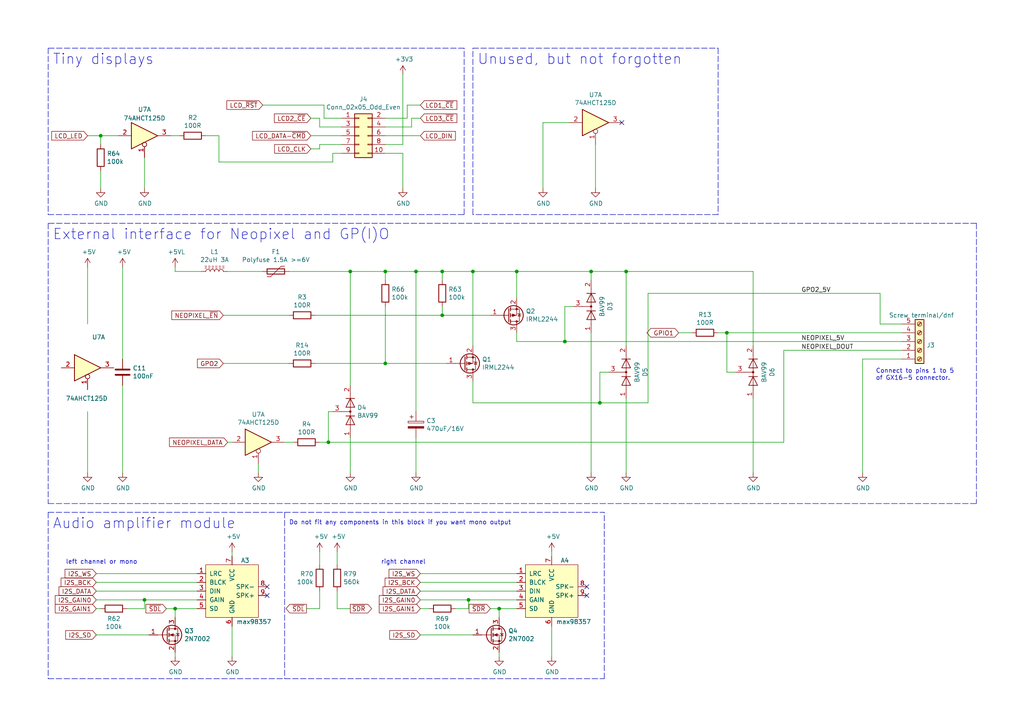
<source format=kicad_sch>
(kicad_sch (version 20211123) (generator eeschema)

  (uuid bc3b3f93-69e0-44a5-b919-319b81d13095)

  (paper "A4")

  (title_block
    (title "Sunrise clock main board")
    (date "2021-08-06")
    (rev "V1.1")
    (company "https://github.com/atoomnetmarc/Sunrise-clock-hardware")
  )

  (lib_symbols
    (symbol "74xx:74LS125" (pin_names (offset 1.016)) (in_bom yes) (on_board yes)
      (property "Reference" "U" (id 0) (at 0 1.27 0)
        (effects (font (size 1.27 1.27)))
      )
      (property "Value" "74LS125" (id 1) (at 0 -1.27 0)
        (effects (font (size 1.27 1.27)))
      )
      (property "Footprint" "" (id 2) (at 0 0 0)
        (effects (font (size 1.27 1.27)) hide)
      )
      (property "Datasheet" "http://www.ti.com/lit/gpn/sn74LS125" (id 3) (at 0 0 0)
        (effects (font (size 1.27 1.27)) hide)
      )
      (property "ki_locked" "" (id 4) (at 0 0 0)
        (effects (font (size 1.27 1.27)))
      )
      (property "ki_keywords" "TTL buffer 3State" (id 5) (at 0 0 0)
        (effects (font (size 1.27 1.27)) hide)
      )
      (property "ki_description" "Quad buffer 3-State outputs" (id 6) (at 0 0 0)
        (effects (font (size 1.27 1.27)) hide)
      )
      (property "ki_fp_filters" "DIP*W7.62mm*" (id 7) (at 0 0 0)
        (effects (font (size 1.27 1.27)) hide)
      )
      (symbol "74LS125_1_0"
        (polyline
          (pts
            (xy -3.81 3.81)
            (xy -3.81 -3.81)
            (xy 3.81 0)
            (xy -3.81 3.81)
          )
          (stroke (width 0.254) (type default) (color 0 0 0 0))
          (fill (type background))
        )
        (pin input inverted (at 0 -6.35 90) (length 4.445)
          (name "~" (effects (font (size 1.27 1.27))))
          (number "1" (effects (font (size 1.27 1.27))))
        )
        (pin input line (at -7.62 0 0) (length 3.81)
          (name "~" (effects (font (size 1.27 1.27))))
          (number "2" (effects (font (size 1.27 1.27))))
        )
        (pin tri_state line (at 7.62 0 180) (length 3.81)
          (name "~" (effects (font (size 1.27 1.27))))
          (number "3" (effects (font (size 1.27 1.27))))
        )
      )
      (symbol "74LS125_2_0"
        (polyline
          (pts
            (xy -3.81 3.81)
            (xy -3.81 -3.81)
            (xy 3.81 0)
            (xy -3.81 3.81)
          )
          (stroke (width 0.254) (type default) (color 0 0 0 0))
          (fill (type background))
        )
        (pin input inverted (at 0 -6.35 90) (length 4.445)
          (name "~" (effects (font (size 1.27 1.27))))
          (number "4" (effects (font (size 1.27 1.27))))
        )
        (pin input line (at -7.62 0 0) (length 3.81)
          (name "~" (effects (font (size 1.27 1.27))))
          (number "5" (effects (font (size 1.27 1.27))))
        )
        (pin tri_state line (at 7.62 0 180) (length 3.81)
          (name "~" (effects (font (size 1.27 1.27))))
          (number "6" (effects (font (size 1.27 1.27))))
        )
      )
      (symbol "74LS125_3_0"
        (polyline
          (pts
            (xy -3.81 3.81)
            (xy -3.81 -3.81)
            (xy 3.81 0)
            (xy -3.81 3.81)
          )
          (stroke (width 0.254) (type default) (color 0 0 0 0))
          (fill (type background))
        )
        (pin input inverted (at 0 -6.35 90) (length 4.445)
          (name "~" (effects (font (size 1.27 1.27))))
          (number "10" (effects (font (size 1.27 1.27))))
        )
        (pin tri_state line (at 7.62 0 180) (length 3.81)
          (name "~" (effects (font (size 1.27 1.27))))
          (number "8" (effects (font (size 1.27 1.27))))
        )
        (pin input line (at -7.62 0 0) (length 3.81)
          (name "~" (effects (font (size 1.27 1.27))))
          (number "9" (effects (font (size 1.27 1.27))))
        )
      )
      (symbol "74LS125_4_0"
        (polyline
          (pts
            (xy -3.81 3.81)
            (xy -3.81 -3.81)
            (xy 3.81 0)
            (xy -3.81 3.81)
          )
          (stroke (width 0.254) (type default) (color 0 0 0 0))
          (fill (type background))
        )
        (pin tri_state line (at 7.62 0 180) (length 3.81)
          (name "~" (effects (font (size 1.27 1.27))))
          (number "11" (effects (font (size 1.27 1.27))))
        )
        (pin input line (at -7.62 0 0) (length 3.81)
          (name "~" (effects (font (size 1.27 1.27))))
          (number "12" (effects (font (size 1.27 1.27))))
        )
        (pin input inverted (at 0 -6.35 90) (length 4.445)
          (name "~" (effects (font (size 1.27 1.27))))
          (number "13" (effects (font (size 1.27 1.27))))
        )
      )
      (symbol "74LS125_5_0"
        (pin power_in line (at 0 12.7 270) (length 5.08)
          (name "VCC" (effects (font (size 1.27 1.27))))
          (number "14" (effects (font (size 1.27 1.27))))
        )
        (pin power_in line (at 0 -12.7 90) (length 5.08)
          (name "GND" (effects (font (size 1.27 1.27))))
          (number "7" (effects (font (size 1.27 1.27))))
        )
      )
      (symbol "74LS125_5_1"
        (rectangle (start -5.08 7.62) (end 5.08 -7.62)
          (stroke (width 0.254) (type default) (color 0 0 0 0))
          (fill (type background))
        )
      )
    )
    (symbol "Connector:Screw_Terminal_01x05" (pin_names (offset 1.016) hide) (in_bom yes) (on_board yes)
      (property "Reference" "J" (id 0) (at 0 7.62 0)
        (effects (font (size 1.27 1.27)))
      )
      (property "Value" "Screw_Terminal_01x05" (id 1) (at 0 -7.62 0)
        (effects (font (size 1.27 1.27)))
      )
      (property "Footprint" "" (id 2) (at 0 0 0)
        (effects (font (size 1.27 1.27)) hide)
      )
      (property "Datasheet" "~" (id 3) (at 0 0 0)
        (effects (font (size 1.27 1.27)) hide)
      )
      (property "ki_keywords" "screw terminal" (id 4) (at 0 0 0)
        (effects (font (size 1.27 1.27)) hide)
      )
      (property "ki_description" "Generic screw terminal, single row, 01x05, script generated (kicad-library-utils/schlib/autogen/connector/)" (id 5) (at 0 0 0)
        (effects (font (size 1.27 1.27)) hide)
      )
      (property "ki_fp_filters" "TerminalBlock*:*" (id 6) (at 0 0 0)
        (effects (font (size 1.27 1.27)) hide)
      )
      (symbol "Screw_Terminal_01x05_1_1"
        (rectangle (start -1.27 6.35) (end 1.27 -6.35)
          (stroke (width 0.254) (type default) (color 0 0 0 0))
          (fill (type background))
        )
        (circle (center 0 -5.08) (radius 0.635)
          (stroke (width 0.1524) (type default) (color 0 0 0 0))
          (fill (type none))
        )
        (circle (center 0 -2.54) (radius 0.635)
          (stroke (width 0.1524) (type default) (color 0 0 0 0))
          (fill (type none))
        )
        (polyline
          (pts
            (xy -0.5334 -4.7498)
            (xy 0.3302 -5.588)
          )
          (stroke (width 0.1524) (type default) (color 0 0 0 0))
          (fill (type none))
        )
        (polyline
          (pts
            (xy -0.5334 -2.2098)
            (xy 0.3302 -3.048)
          )
          (stroke (width 0.1524) (type default) (color 0 0 0 0))
          (fill (type none))
        )
        (polyline
          (pts
            (xy -0.5334 0.3302)
            (xy 0.3302 -0.508)
          )
          (stroke (width 0.1524) (type default) (color 0 0 0 0))
          (fill (type none))
        )
        (polyline
          (pts
            (xy -0.5334 2.8702)
            (xy 0.3302 2.032)
          )
          (stroke (width 0.1524) (type default) (color 0 0 0 0))
          (fill (type none))
        )
        (polyline
          (pts
            (xy -0.5334 5.4102)
            (xy 0.3302 4.572)
          )
          (stroke (width 0.1524) (type default) (color 0 0 0 0))
          (fill (type none))
        )
        (polyline
          (pts
            (xy -0.3556 -4.572)
            (xy 0.508 -5.4102)
          )
          (stroke (width 0.1524) (type default) (color 0 0 0 0))
          (fill (type none))
        )
        (polyline
          (pts
            (xy -0.3556 -2.032)
            (xy 0.508 -2.8702)
          )
          (stroke (width 0.1524) (type default) (color 0 0 0 0))
          (fill (type none))
        )
        (polyline
          (pts
            (xy -0.3556 0.508)
            (xy 0.508 -0.3302)
          )
          (stroke (width 0.1524) (type default) (color 0 0 0 0))
          (fill (type none))
        )
        (polyline
          (pts
            (xy -0.3556 3.048)
            (xy 0.508 2.2098)
          )
          (stroke (width 0.1524) (type default) (color 0 0 0 0))
          (fill (type none))
        )
        (polyline
          (pts
            (xy -0.3556 5.588)
            (xy 0.508 4.7498)
          )
          (stroke (width 0.1524) (type default) (color 0 0 0 0))
          (fill (type none))
        )
        (circle (center 0 0) (radius 0.635)
          (stroke (width 0.1524) (type default) (color 0 0 0 0))
          (fill (type none))
        )
        (circle (center 0 2.54) (radius 0.635)
          (stroke (width 0.1524) (type default) (color 0 0 0 0))
          (fill (type none))
        )
        (circle (center 0 5.08) (radius 0.635)
          (stroke (width 0.1524) (type default) (color 0 0 0 0))
          (fill (type none))
        )
        (pin passive line (at -5.08 5.08 0) (length 3.81)
          (name "Pin_1" (effects (font (size 1.27 1.27))))
          (number "1" (effects (font (size 1.27 1.27))))
        )
        (pin passive line (at -5.08 2.54 0) (length 3.81)
          (name "Pin_2" (effects (font (size 1.27 1.27))))
          (number "2" (effects (font (size 1.27 1.27))))
        )
        (pin passive line (at -5.08 0 0) (length 3.81)
          (name "Pin_3" (effects (font (size 1.27 1.27))))
          (number "3" (effects (font (size 1.27 1.27))))
        )
        (pin passive line (at -5.08 -2.54 0) (length 3.81)
          (name "Pin_4" (effects (font (size 1.27 1.27))))
          (number "4" (effects (font (size 1.27 1.27))))
        )
        (pin passive line (at -5.08 -5.08 0) (length 3.81)
          (name "Pin_5" (effects (font (size 1.27 1.27))))
          (number "5" (effects (font (size 1.27 1.27))))
        )
      )
    )
    (symbol "Connector_Generic:Conn_02x05_Odd_Even" (pin_names (offset 1.016) hide) (in_bom yes) (on_board yes)
      (property "Reference" "J" (id 0) (at 1.27 7.62 0)
        (effects (font (size 1.27 1.27)))
      )
      (property "Value" "Conn_02x05_Odd_Even" (id 1) (at 1.27 -7.62 0)
        (effects (font (size 1.27 1.27)))
      )
      (property "Footprint" "" (id 2) (at 0 0 0)
        (effects (font (size 1.27 1.27)) hide)
      )
      (property "Datasheet" "~" (id 3) (at 0 0 0)
        (effects (font (size 1.27 1.27)) hide)
      )
      (property "ki_keywords" "connector" (id 4) (at 0 0 0)
        (effects (font (size 1.27 1.27)) hide)
      )
      (property "ki_description" "Generic connector, double row, 02x05, odd/even pin numbering scheme (row 1 odd numbers, row 2 even numbers), script generated (kicad-library-utils/schlib/autogen/connector/)" (id 5) (at 0 0 0)
        (effects (font (size 1.27 1.27)) hide)
      )
      (property "ki_fp_filters" "Connector*:*_2x??_*" (id 6) (at 0 0 0)
        (effects (font (size 1.27 1.27)) hide)
      )
      (symbol "Conn_02x05_Odd_Even_1_1"
        (rectangle (start -1.27 -4.953) (end 0 -5.207)
          (stroke (width 0.1524) (type default) (color 0 0 0 0))
          (fill (type none))
        )
        (rectangle (start -1.27 -2.413) (end 0 -2.667)
          (stroke (width 0.1524) (type default) (color 0 0 0 0))
          (fill (type none))
        )
        (rectangle (start -1.27 0.127) (end 0 -0.127)
          (stroke (width 0.1524) (type default) (color 0 0 0 0))
          (fill (type none))
        )
        (rectangle (start -1.27 2.667) (end 0 2.413)
          (stroke (width 0.1524) (type default) (color 0 0 0 0))
          (fill (type none))
        )
        (rectangle (start -1.27 5.207) (end 0 4.953)
          (stroke (width 0.1524) (type default) (color 0 0 0 0))
          (fill (type none))
        )
        (rectangle (start -1.27 6.35) (end 3.81 -6.35)
          (stroke (width 0.254) (type default) (color 0 0 0 0))
          (fill (type background))
        )
        (rectangle (start 3.81 -4.953) (end 2.54 -5.207)
          (stroke (width 0.1524) (type default) (color 0 0 0 0))
          (fill (type none))
        )
        (rectangle (start 3.81 -2.413) (end 2.54 -2.667)
          (stroke (width 0.1524) (type default) (color 0 0 0 0))
          (fill (type none))
        )
        (rectangle (start 3.81 0.127) (end 2.54 -0.127)
          (stroke (width 0.1524) (type default) (color 0 0 0 0))
          (fill (type none))
        )
        (rectangle (start 3.81 2.667) (end 2.54 2.413)
          (stroke (width 0.1524) (type default) (color 0 0 0 0))
          (fill (type none))
        )
        (rectangle (start 3.81 5.207) (end 2.54 4.953)
          (stroke (width 0.1524) (type default) (color 0 0 0 0))
          (fill (type none))
        )
        (pin passive line (at -5.08 5.08 0) (length 3.81)
          (name "Pin_1" (effects (font (size 1.27 1.27))))
          (number "1" (effects (font (size 1.27 1.27))))
        )
        (pin passive line (at 7.62 -5.08 180) (length 3.81)
          (name "Pin_10" (effects (font (size 1.27 1.27))))
          (number "10" (effects (font (size 1.27 1.27))))
        )
        (pin passive line (at 7.62 5.08 180) (length 3.81)
          (name "Pin_2" (effects (font (size 1.27 1.27))))
          (number "2" (effects (font (size 1.27 1.27))))
        )
        (pin passive line (at -5.08 2.54 0) (length 3.81)
          (name "Pin_3" (effects (font (size 1.27 1.27))))
          (number "3" (effects (font (size 1.27 1.27))))
        )
        (pin passive line (at 7.62 2.54 180) (length 3.81)
          (name "Pin_4" (effects (font (size 1.27 1.27))))
          (number "4" (effects (font (size 1.27 1.27))))
        )
        (pin passive line (at -5.08 0 0) (length 3.81)
          (name "Pin_5" (effects (font (size 1.27 1.27))))
          (number "5" (effects (font (size 1.27 1.27))))
        )
        (pin passive line (at 7.62 0 180) (length 3.81)
          (name "Pin_6" (effects (font (size 1.27 1.27))))
          (number "6" (effects (font (size 1.27 1.27))))
        )
        (pin passive line (at -5.08 -2.54 0) (length 3.81)
          (name "Pin_7" (effects (font (size 1.27 1.27))))
          (number "7" (effects (font (size 1.27 1.27))))
        )
        (pin passive line (at 7.62 -2.54 180) (length 3.81)
          (name "Pin_8" (effects (font (size 1.27 1.27))))
          (number "8" (effects (font (size 1.27 1.27))))
        )
        (pin passive line (at -5.08 -5.08 0) (length 3.81)
          (name "Pin_9" (effects (font (size 1.27 1.27))))
          (number "9" (effects (font (size 1.27 1.27))))
        )
      )
    )
    (symbol "Device:C" (pin_numbers hide) (pin_names (offset 0.254)) (in_bom yes) (on_board yes)
      (property "Reference" "C" (id 0) (at 0.635 2.54 0)
        (effects (font (size 1.27 1.27)) (justify left))
      )
      (property "Value" "C" (id 1) (at 0.635 -2.54 0)
        (effects (font (size 1.27 1.27)) (justify left))
      )
      (property "Footprint" "" (id 2) (at 0.9652 -3.81 0)
        (effects (font (size 1.27 1.27)) hide)
      )
      (property "Datasheet" "~" (id 3) (at 0 0 0)
        (effects (font (size 1.27 1.27)) hide)
      )
      (property "ki_keywords" "cap capacitor" (id 4) (at 0 0 0)
        (effects (font (size 1.27 1.27)) hide)
      )
      (property "ki_description" "Unpolarized capacitor" (id 5) (at 0 0 0)
        (effects (font (size 1.27 1.27)) hide)
      )
      (property "ki_fp_filters" "C_*" (id 6) (at 0 0 0)
        (effects (font (size 1.27 1.27)) hide)
      )
      (symbol "C_0_1"
        (polyline
          (pts
            (xy -2.032 -0.762)
            (xy 2.032 -0.762)
          )
          (stroke (width 0.508) (type default) (color 0 0 0 0))
          (fill (type none))
        )
        (polyline
          (pts
            (xy -2.032 0.762)
            (xy 2.032 0.762)
          )
          (stroke (width 0.508) (type default) (color 0 0 0 0))
          (fill (type none))
        )
      )
      (symbol "C_1_1"
        (pin passive line (at 0 3.81 270) (length 2.794)
          (name "~" (effects (font (size 1.27 1.27))))
          (number "1" (effects (font (size 1.27 1.27))))
        )
        (pin passive line (at 0 -3.81 90) (length 2.794)
          (name "~" (effects (font (size 1.27 1.27))))
          (number "2" (effects (font (size 1.27 1.27))))
        )
      )
    )
    (symbol "Device:CP" (pin_numbers hide) (pin_names (offset 0.254)) (in_bom yes) (on_board yes)
      (property "Reference" "C" (id 0) (at 0.635 2.54 0)
        (effects (font (size 1.27 1.27)) (justify left))
      )
      (property "Value" "Device_CP" (id 1) (at 0.635 -2.54 0)
        (effects (font (size 1.27 1.27)) (justify left))
      )
      (property "Footprint" "" (id 2) (at 0.9652 -3.81 0)
        (effects (font (size 1.27 1.27)) hide)
      )
      (property "Datasheet" "" (id 3) (at 0 0 0)
        (effects (font (size 1.27 1.27)) hide)
      )
      (property "ki_fp_filters" "CP_*" (id 4) (at 0 0 0)
        (effects (font (size 1.27 1.27)) hide)
      )
      (symbol "CP_0_1"
        (rectangle (start -2.286 0.508) (end 2.286 1.016)
          (stroke (width 0) (type default) (color 0 0 0 0))
          (fill (type none))
        )
        (polyline
          (pts
            (xy -1.778 2.286)
            (xy -0.762 2.286)
          )
          (stroke (width 0) (type default) (color 0 0 0 0))
          (fill (type none))
        )
        (polyline
          (pts
            (xy -1.27 2.794)
            (xy -1.27 1.778)
          )
          (stroke (width 0) (type default) (color 0 0 0 0))
          (fill (type none))
        )
        (rectangle (start 2.286 -0.508) (end -2.286 -1.016)
          (stroke (width 0) (type default) (color 0 0 0 0))
          (fill (type outline))
        )
      )
      (symbol "CP_1_1"
        (pin passive line (at 0 3.81 270) (length 2.794)
          (name "~" (effects (font (size 1.27 1.27))))
          (number "1" (effects (font (size 1.27 1.27))))
        )
        (pin passive line (at 0 -3.81 90) (length 2.794)
          (name "~" (effects (font (size 1.27 1.27))))
          (number "2" (effects (font (size 1.27 1.27))))
        )
      )
    )
    (symbol "Device:L_Core_Ferrite" (pin_numbers hide) (pin_names (offset 1.016) hide) (in_bom yes) (on_board yes)
      (property "Reference" "L" (id 0) (at -1.27 0 90)
        (effects (font (size 1.27 1.27)))
      )
      (property "Value" "Device_L_Core_Ferrite" (id 1) (at 2.794 0 90)
        (effects (font (size 1.27 1.27)))
      )
      (property "Footprint" "" (id 2) (at 0 0 0)
        (effects (font (size 1.27 1.27)) hide)
      )
      (property "Datasheet" "" (id 3) (at 0 0 0)
        (effects (font (size 1.27 1.27)) hide)
      )
      (property "ki_fp_filters" "Choke_* *Coil* Inductor_* L_*" (id 4) (at 0 0 0)
        (effects (font (size 1.27 1.27)) hide)
      )
      (symbol "L_Core_Ferrite_0_1"
        (arc (start 0 -2.54) (mid 0.635 -1.905) (end 0 -1.27)
          (stroke (width 0) (type default) (color 0 0 0 0))
          (fill (type none))
        )
        (arc (start 0 -1.27) (mid 0.635 -0.635) (end 0 0)
          (stroke (width 0) (type default) (color 0 0 0 0))
          (fill (type none))
        )
        (polyline
          (pts
            (xy 1.016 -2.794)
            (xy 1.016 -2.286)
          )
          (stroke (width 0) (type default) (color 0 0 0 0))
          (fill (type none))
        )
        (polyline
          (pts
            (xy 1.016 -1.778)
            (xy 1.016 -1.27)
          )
          (stroke (width 0) (type default) (color 0 0 0 0))
          (fill (type none))
        )
        (polyline
          (pts
            (xy 1.016 -0.762)
            (xy 1.016 -0.254)
          )
          (stroke (width 0) (type default) (color 0 0 0 0))
          (fill (type none))
        )
        (polyline
          (pts
            (xy 1.016 0.254)
            (xy 1.016 0.762)
          )
          (stroke (width 0) (type default) (color 0 0 0 0))
          (fill (type none))
        )
        (polyline
          (pts
            (xy 1.016 1.27)
            (xy 1.016 1.778)
          )
          (stroke (width 0) (type default) (color 0 0 0 0))
          (fill (type none))
        )
        (polyline
          (pts
            (xy 1.016 2.286)
            (xy 1.016 2.794)
          )
          (stroke (width 0) (type default) (color 0 0 0 0))
          (fill (type none))
        )
        (polyline
          (pts
            (xy 1.524 -2.286)
            (xy 1.524 -2.794)
          )
          (stroke (width 0) (type default) (color 0 0 0 0))
          (fill (type none))
        )
        (polyline
          (pts
            (xy 1.524 -1.27)
            (xy 1.524 -1.778)
          )
          (stroke (width 0) (type default) (color 0 0 0 0))
          (fill (type none))
        )
        (polyline
          (pts
            (xy 1.524 -0.254)
            (xy 1.524 -0.762)
          )
          (stroke (width 0) (type default) (color 0 0 0 0))
          (fill (type none))
        )
        (polyline
          (pts
            (xy 1.524 0.762)
            (xy 1.524 0.254)
          )
          (stroke (width 0) (type default) (color 0 0 0 0))
          (fill (type none))
        )
        (polyline
          (pts
            (xy 1.524 1.778)
            (xy 1.524 1.27)
          )
          (stroke (width 0) (type default) (color 0 0 0 0))
          (fill (type none))
        )
        (polyline
          (pts
            (xy 1.524 2.794)
            (xy 1.524 2.286)
          )
          (stroke (width 0) (type default) (color 0 0 0 0))
          (fill (type none))
        )
        (arc (start 0 0) (mid 0.635 0.635) (end 0 1.27)
          (stroke (width 0) (type default) (color 0 0 0 0))
          (fill (type none))
        )
        (arc (start 0 1.27) (mid 0.635 1.905) (end 0 2.54)
          (stroke (width 0) (type default) (color 0 0 0 0))
          (fill (type none))
        )
      )
      (symbol "L_Core_Ferrite_1_1"
        (pin passive line (at 0 3.81 270) (length 1.27)
          (name "1" (effects (font (size 1.27 1.27))))
          (number "1" (effects (font (size 1.27 1.27))))
        )
        (pin passive line (at 0 -3.81 90) (length 1.27)
          (name "2" (effects (font (size 1.27 1.27))))
          (number "2" (effects (font (size 1.27 1.27))))
        )
      )
    )
    (symbol "Device:Polyfuse" (pin_numbers hide) (pin_names (offset 0)) (in_bom yes) (on_board yes)
      (property "Reference" "F" (id 0) (at -2.54 0 90)
        (effects (font (size 1.27 1.27)))
      )
      (property "Value" "Polyfuse" (id 1) (at 2.54 0 90)
        (effects (font (size 1.27 1.27)))
      )
      (property "Footprint" "" (id 2) (at 1.27 -5.08 0)
        (effects (font (size 1.27 1.27)) (justify left) hide)
      )
      (property "Datasheet" "~" (id 3) (at 0 0 0)
        (effects (font (size 1.27 1.27)) hide)
      )
      (property "ki_keywords" "resettable fuse PTC PPTC polyfuse polyswitch" (id 4) (at 0 0 0)
        (effects (font (size 1.27 1.27)) hide)
      )
      (property "ki_description" "Resettable fuse, polymeric positive temperature coefficient" (id 5) (at 0 0 0)
        (effects (font (size 1.27 1.27)) hide)
      )
      (property "ki_fp_filters" "*polyfuse* *PTC*" (id 6) (at 0 0 0)
        (effects (font (size 1.27 1.27)) hide)
      )
      (symbol "Polyfuse_0_1"
        (rectangle (start -0.762 2.54) (end 0.762 -2.54)
          (stroke (width 0.254) (type default) (color 0 0 0 0))
          (fill (type none))
        )
        (polyline
          (pts
            (xy 0 2.54)
            (xy 0 -2.54)
          )
          (stroke (width 0) (type default) (color 0 0 0 0))
          (fill (type none))
        )
        (polyline
          (pts
            (xy -1.524 2.54)
            (xy -1.524 1.524)
            (xy 1.524 -1.524)
            (xy 1.524 -2.54)
          )
          (stroke (width 0) (type default) (color 0 0 0 0))
          (fill (type none))
        )
      )
      (symbol "Polyfuse_1_1"
        (pin passive line (at 0 3.81 270) (length 1.27)
          (name "~" (effects (font (size 1.27 1.27))))
          (number "1" (effects (font (size 1.27 1.27))))
        )
        (pin passive line (at 0 -3.81 90) (length 1.27)
          (name "~" (effects (font (size 1.27 1.27))))
          (number "2" (effects (font (size 1.27 1.27))))
        )
      )
    )
    (symbol "Device:Q_PMOS_GSD" (pin_names (offset 0) hide) (in_bom yes) (on_board yes)
      (property "Reference" "Q" (id 0) (at 5.08 1.27 0)
        (effects (font (size 1.27 1.27)) (justify left))
      )
      (property "Value" "Q_PMOS_GSD" (id 1) (at 5.08 -1.27 0)
        (effects (font (size 1.27 1.27)) (justify left))
      )
      (property "Footprint" "" (id 2) (at 5.08 2.54 0)
        (effects (font (size 1.27 1.27)) hide)
      )
      (property "Datasheet" "~" (id 3) (at 0 0 0)
        (effects (font (size 1.27 1.27)) hide)
      )
      (property "ki_keywords" "transistor PMOS P-MOS P-MOSFET" (id 4) (at 0 0 0)
        (effects (font (size 1.27 1.27)) hide)
      )
      (property "ki_description" "P-MOSFET transistor, gate/source/drain" (id 5) (at 0 0 0)
        (effects (font (size 1.27 1.27)) hide)
      )
      (symbol "Q_PMOS_GSD_0_1"
        (polyline
          (pts
            (xy 0.254 0)
            (xy -2.54 0)
          )
          (stroke (width 0) (type default) (color 0 0 0 0))
          (fill (type none))
        )
        (polyline
          (pts
            (xy 0.254 1.905)
            (xy 0.254 -1.905)
          )
          (stroke (width 0.254) (type default) (color 0 0 0 0))
          (fill (type none))
        )
        (polyline
          (pts
            (xy 0.762 -1.27)
            (xy 0.762 -2.286)
          )
          (stroke (width 0.254) (type default) (color 0 0 0 0))
          (fill (type none))
        )
        (polyline
          (pts
            (xy 0.762 0.508)
            (xy 0.762 -0.508)
          )
          (stroke (width 0.254) (type default) (color 0 0 0 0))
          (fill (type none))
        )
        (polyline
          (pts
            (xy 0.762 2.286)
            (xy 0.762 1.27)
          )
          (stroke (width 0.254) (type default) (color 0 0 0 0))
          (fill (type none))
        )
        (polyline
          (pts
            (xy 2.54 2.54)
            (xy 2.54 1.778)
          )
          (stroke (width 0) (type default) (color 0 0 0 0))
          (fill (type none))
        )
        (polyline
          (pts
            (xy 2.54 -2.54)
            (xy 2.54 0)
            (xy 0.762 0)
          )
          (stroke (width 0) (type default) (color 0 0 0 0))
          (fill (type none))
        )
        (polyline
          (pts
            (xy 0.762 1.778)
            (xy 3.302 1.778)
            (xy 3.302 -1.778)
            (xy 0.762 -1.778)
          )
          (stroke (width 0) (type default) (color 0 0 0 0))
          (fill (type none))
        )
        (polyline
          (pts
            (xy 2.286 0)
            (xy 1.27 0.381)
            (xy 1.27 -0.381)
            (xy 2.286 0)
          )
          (stroke (width 0) (type default) (color 0 0 0 0))
          (fill (type outline))
        )
        (polyline
          (pts
            (xy 2.794 -0.508)
            (xy 2.921 -0.381)
            (xy 3.683 -0.381)
            (xy 3.81 -0.254)
          )
          (stroke (width 0) (type default) (color 0 0 0 0))
          (fill (type none))
        )
        (polyline
          (pts
            (xy 3.302 -0.381)
            (xy 2.921 0.254)
            (xy 3.683 0.254)
            (xy 3.302 -0.381)
          )
          (stroke (width 0) (type default) (color 0 0 0 0))
          (fill (type none))
        )
        (circle (center 1.651 0) (radius 2.794)
          (stroke (width 0.254) (type default) (color 0 0 0 0))
          (fill (type none))
        )
        (circle (center 2.54 -1.778) (radius 0.254)
          (stroke (width 0) (type default) (color 0 0 0 0))
          (fill (type outline))
        )
        (circle (center 2.54 1.778) (radius 0.254)
          (stroke (width 0) (type default) (color 0 0 0 0))
          (fill (type outline))
        )
      )
      (symbol "Q_PMOS_GSD_1_1"
        (pin input line (at -5.08 0 0) (length 2.54)
          (name "G" (effects (font (size 1.27 1.27))))
          (number "1" (effects (font (size 1.27 1.27))))
        )
        (pin passive line (at 2.54 -5.08 90) (length 2.54)
          (name "S" (effects (font (size 1.27 1.27))))
          (number "2" (effects (font (size 1.27 1.27))))
        )
        (pin passive line (at 2.54 5.08 270) (length 2.54)
          (name "D" (effects (font (size 1.27 1.27))))
          (number "3" (effects (font (size 1.27 1.27))))
        )
      )
    )
    (symbol "Device:R" (pin_numbers hide) (pin_names (offset 0)) (in_bom yes) (on_board yes)
      (property "Reference" "R" (id 0) (at 2.032 0 90)
        (effects (font (size 1.27 1.27)))
      )
      (property "Value" "R" (id 1) (at 0 0 90)
        (effects (font (size 1.27 1.27)))
      )
      (property "Footprint" "" (id 2) (at -1.778 0 90)
        (effects (font (size 1.27 1.27)) hide)
      )
      (property "Datasheet" "~" (id 3) (at 0 0 0)
        (effects (font (size 1.27 1.27)) hide)
      )
      (property "ki_keywords" "R res resistor" (id 4) (at 0 0 0)
        (effects (font (size 1.27 1.27)) hide)
      )
      (property "ki_description" "Resistor" (id 5) (at 0 0 0)
        (effects (font (size 1.27 1.27)) hide)
      )
      (property "ki_fp_filters" "R_*" (id 6) (at 0 0 0)
        (effects (font (size 1.27 1.27)) hide)
      )
      (symbol "R_0_1"
        (rectangle (start -1.016 -2.54) (end 1.016 2.54)
          (stroke (width 0.254) (type default) (color 0 0 0 0))
          (fill (type none))
        )
      )
      (symbol "R_1_1"
        (pin passive line (at 0 3.81 270) (length 1.27)
          (name "~" (effects (font (size 1.27 1.27))))
          (number "1" (effects (font (size 1.27 1.27))))
        )
        (pin passive line (at 0 -3.81 90) (length 1.27)
          (name "~" (effects (font (size 1.27 1.27))))
          (number "2" (effects (font (size 1.27 1.27))))
        )
      )
    )
    (symbol "Diode:BAV99" (pin_names hide) (in_bom yes) (on_board yes)
      (property "Reference" "D" (id 0) (at 0 5.08 0)
        (effects (font (size 1.27 1.27)))
      )
      (property "Value" "BAV99" (id 1) (at 0 2.54 0)
        (effects (font (size 1.27 1.27)))
      )
      (property "Footprint" "Package_TO_SOT_SMD:SOT-23" (id 2) (at 0 -12.7 0)
        (effects (font (size 1.27 1.27)) hide)
      )
      (property "Datasheet" "https://assets.nexperia.com/documents/data-sheet/BAV99_SER.pdf" (id 3) (at 0 0 0)
        (effects (font (size 1.27 1.27)) hide)
      )
      (property "ki_keywords" "diode" (id 4) (at 0 0 0)
        (effects (font (size 1.27 1.27)) hide)
      )
      (property "ki_description" "BAV99 High-speed switching diodes, SOT-23" (id 5) (at 0 0 0)
        (effects (font (size 1.27 1.27)) hide)
      )
      (property "ki_fp_filters" "SOT?23*" (id 6) (at 0 0 0)
        (effects (font (size 1.27 1.27)) hide)
      )
      (symbol "BAV99_0_1"
        (polyline
          (pts
            (xy -5.08 0)
            (xy 5.08 0)
          )
          (stroke (width 0) (type default) (color 0 0 0 0))
          (fill (type none))
        )
      )
      (symbol "BAV99_1_1"
        (polyline
          (pts
            (xy 0 0)
            (xy 0 -2.54)
          )
          (stroke (width 0) (type default) (color 0 0 0 0))
          (fill (type none))
        )
        (polyline
          (pts
            (xy -1.27 -1.27)
            (xy -1.27 1.27)
            (xy -1.27 1.27)
          )
          (stroke (width 0.2032) (type default) (color 0 0 0 0))
          (fill (type none))
        )
        (polyline
          (pts
            (xy 3.81 1.27)
            (xy 3.81 -1.27)
            (xy 3.81 -1.27)
          )
          (stroke (width 0.2032) (type default) (color 0 0 0 0))
          (fill (type none))
        )
        (polyline
          (pts
            (xy -3.81 1.27)
            (xy -1.27 0)
            (xy -3.81 -1.27)
            (xy -3.81 1.27)
            (xy -3.81 1.27)
            (xy -3.81 1.27)
          )
          (stroke (width 0.2032) (type default) (color 0 0 0 0))
          (fill (type none))
        )
        (polyline
          (pts
            (xy 1.27 1.27)
            (xy 3.81 0)
            (xy 1.27 -1.27)
            (xy 1.27 1.27)
            (xy 1.27 1.27)
            (xy 1.27 1.27)
          )
          (stroke (width 0.2032) (type default) (color 0 0 0 0))
          (fill (type none))
        )
        (circle (center 0 0) (radius 0.254)
          (stroke (width 0) (type default) (color 0 0 0 0))
          (fill (type outline))
        )
        (pin passive line (at -7.62 0 0) (length 2.54)
          (name "K" (effects (font (size 1.27 1.27))))
          (number "1" (effects (font (size 1.27 1.27))))
        )
        (pin passive line (at 7.62 0 180) (length 2.54)
          (name "A" (effects (font (size 1.27 1.27))))
          (number "2" (effects (font (size 1.27 1.27))))
        )
        (pin passive line (at 0 -5.08 90) (length 2.54)
          (name "K" (effects (font (size 1.27 1.27))))
          (number "3" (effects (font (size 1.27 1.27))))
        )
      )
    )
    (symbol "Module-extra:max98357" (pin_names (offset 1.016)) (in_bom yes) (on_board yes)
      (property "Reference" "A" (id 0) (at 3.81 8.89 0)
        (effects (font (size 1.27 1.27)))
      )
      (property "Value" "Module-extra_max98357" (id 1) (at 6.35 -8.89 0)
        (effects (font (size 1.27 1.27)))
      )
      (property "Footprint" "Module-extra:max98357" (id 2) (at 0 0 0)
        (effects (font (size 1.27 1.27)) hide)
      )
      (property "Datasheet" "" (id 3) (at 0 0 0)
        (effects (font (size 1.27 1.27)) hide)
      )
      (symbol "max98357_0_1"
        (rectangle (start -7.62 7.62) (end 7.62 -7.62)
          (stroke (width 0) (type default) (color 0 0 0 0))
          (fill (type background))
        )
      )
      (symbol "max98357_1_1"
        (pin input line (at -10.16 5.08 0) (length 2.54)
          (name "LRC" (effects (font (size 1.27 1.27))))
          (number "1" (effects (font (size 1.27 1.27))))
        )
        (pin input line (at -10.16 2.54 0) (length 2.54)
          (name "BLCK" (effects (font (size 1.27 1.27))))
          (number "2" (effects (font (size 1.27 1.27))))
        )
        (pin input line (at -10.16 0 0) (length 2.54)
          (name "DIN" (effects (font (size 1.27 1.27))))
          (number "3" (effects (font (size 1.27 1.27))))
        )
        (pin input line (at -10.16 -2.54 0) (length 2.54)
          (name "GAIN" (effects (font (size 1.27 1.27))))
          (number "4" (effects (font (size 1.27 1.27))))
        )
        (pin input line (at -10.16 -5.08 0) (length 2.54)
          (name "SD" (effects (font (size 1.27 1.27))))
          (number "5" (effects (font (size 1.27 1.27))))
        )
        (pin power_in line (at 0 -10.16 90) (length 2.54)
          (name "GND" (effects (font (size 1.27 1.27))))
          (number "6" (effects (font (size 1.27 1.27))))
        )
        (pin power_in line (at 0 10.16 270) (length 2.54)
          (name "VCC" (effects (font (size 1.27 1.27))))
          (number "7" (effects (font (size 1.27 1.27))))
        )
        (pin power_out line (at 10.16 1.27 180) (length 2.54)
          (name "SPK-" (effects (font (size 1.27 1.27))))
          (number "8" (effects (font (size 1.27 1.27))))
        )
        (pin power_out line (at 10.16 -1.27 180) (length 2.54)
          (name "SPK+" (effects (font (size 1.27 1.27))))
          (number "9" (effects (font (size 1.27 1.27))))
        )
      )
    )
    (symbol "Transistor_FET:2N7002" (pin_names hide) (in_bom yes) (on_board yes)
      (property "Reference" "Q" (id 0) (at 5.08 1.905 0)
        (effects (font (size 1.27 1.27)) (justify left))
      )
      (property "Value" "2N7002" (id 1) (at 5.08 0 0)
        (effects (font (size 1.27 1.27)) (justify left))
      )
      (property "Footprint" "Package_TO_SOT_SMD:SOT-23" (id 2) (at 5.08 -1.905 0)
        (effects (font (size 1.27 1.27) italic) (justify left) hide)
      )
      (property "Datasheet" "https://www.onsemi.com/pub/Collateral/NDS7002A-D.PDF" (id 3) (at 0 0 0)
        (effects (font (size 1.27 1.27)) (justify left) hide)
      )
      (property "ki_keywords" "N-Channel Switching MOSFET" (id 4) (at 0 0 0)
        (effects (font (size 1.27 1.27)) hide)
      )
      (property "ki_description" "0.115A Id, 60V Vds, N-Channel MOSFET, SOT-23" (id 5) (at 0 0 0)
        (effects (font (size 1.27 1.27)) hide)
      )
      (property "ki_fp_filters" "SOT?23*" (id 6) (at 0 0 0)
        (effects (font (size 1.27 1.27)) hide)
      )
      (symbol "2N7002_0_1"
        (polyline
          (pts
            (xy 0.254 0)
            (xy -2.54 0)
          )
          (stroke (width 0) (type default) (color 0 0 0 0))
          (fill (type none))
        )
        (polyline
          (pts
            (xy 0.254 1.905)
            (xy 0.254 -1.905)
          )
          (stroke (width 0.254) (type default) (color 0 0 0 0))
          (fill (type none))
        )
        (polyline
          (pts
            (xy 0.762 -1.27)
            (xy 0.762 -2.286)
          )
          (stroke (width 0.254) (type default) (color 0 0 0 0))
          (fill (type none))
        )
        (polyline
          (pts
            (xy 0.762 0.508)
            (xy 0.762 -0.508)
          )
          (stroke (width 0.254) (type default) (color 0 0 0 0))
          (fill (type none))
        )
        (polyline
          (pts
            (xy 0.762 2.286)
            (xy 0.762 1.27)
          )
          (stroke (width 0.254) (type default) (color 0 0 0 0))
          (fill (type none))
        )
        (polyline
          (pts
            (xy 2.54 2.54)
            (xy 2.54 1.778)
          )
          (stroke (width 0) (type default) (color 0 0 0 0))
          (fill (type none))
        )
        (polyline
          (pts
            (xy 2.54 -2.54)
            (xy 2.54 0)
            (xy 0.762 0)
          )
          (stroke (width 0) (type default) (color 0 0 0 0))
          (fill (type none))
        )
        (polyline
          (pts
            (xy 0.762 -1.778)
            (xy 3.302 -1.778)
            (xy 3.302 1.778)
            (xy 0.762 1.778)
          )
          (stroke (width 0) (type default) (color 0 0 0 0))
          (fill (type none))
        )
        (polyline
          (pts
            (xy 1.016 0)
            (xy 2.032 0.381)
            (xy 2.032 -0.381)
            (xy 1.016 0)
          )
          (stroke (width 0) (type default) (color 0 0 0 0))
          (fill (type outline))
        )
        (polyline
          (pts
            (xy 2.794 0.508)
            (xy 2.921 0.381)
            (xy 3.683 0.381)
            (xy 3.81 0.254)
          )
          (stroke (width 0) (type default) (color 0 0 0 0))
          (fill (type none))
        )
        (polyline
          (pts
            (xy 3.302 0.381)
            (xy 2.921 -0.254)
            (xy 3.683 -0.254)
            (xy 3.302 0.381)
          )
          (stroke (width 0) (type default) (color 0 0 0 0))
          (fill (type none))
        )
        (circle (center 1.651 0) (radius 2.794)
          (stroke (width 0.254) (type default) (color 0 0 0 0))
          (fill (type none))
        )
        (circle (center 2.54 -1.778) (radius 0.254)
          (stroke (width 0) (type default) (color 0 0 0 0))
          (fill (type outline))
        )
        (circle (center 2.54 1.778) (radius 0.254)
          (stroke (width 0) (type default) (color 0 0 0 0))
          (fill (type outline))
        )
      )
      (symbol "2N7002_1_1"
        (pin input line (at -5.08 0 0) (length 2.54)
          (name "G" (effects (font (size 1.27 1.27))))
          (number "1" (effects (font (size 1.27 1.27))))
        )
        (pin passive line (at 2.54 -5.08 90) (length 2.54)
          (name "S" (effects (font (size 1.27 1.27))))
          (number "2" (effects (font (size 1.27 1.27))))
        )
        (pin passive line (at 2.54 5.08 270) (length 2.54)
          (name "D" (effects (font (size 1.27 1.27))))
          (number "3" (effects (font (size 1.27 1.27))))
        )
      )
    )
    (symbol "power:+3.3V" (power) (pin_names (offset 0)) (in_bom yes) (on_board yes)
      (property "Reference" "#PWR" (id 0) (at 0 -3.81 0)
        (effects (font (size 1.27 1.27)) hide)
      )
      (property "Value" "+3.3V" (id 1) (at 0 3.556 0)
        (effects (font (size 1.27 1.27)))
      )
      (property "Footprint" "" (id 2) (at 0 0 0)
        (effects (font (size 1.27 1.27)) hide)
      )
      (property "Datasheet" "" (id 3) (at 0 0 0)
        (effects (font (size 1.27 1.27)) hide)
      )
      (property "ki_keywords" "power-flag" (id 4) (at 0 0 0)
        (effects (font (size 1.27 1.27)) hide)
      )
      (property "ki_description" "Power symbol creates a global label with name \"+3.3V\"" (id 5) (at 0 0 0)
        (effects (font (size 1.27 1.27)) hide)
      )
      (symbol "+3.3V_0_1"
        (polyline
          (pts
            (xy -0.762 1.27)
            (xy 0 2.54)
          )
          (stroke (width 0) (type default) (color 0 0 0 0))
          (fill (type none))
        )
        (polyline
          (pts
            (xy 0 0)
            (xy 0 2.54)
          )
          (stroke (width 0) (type default) (color 0 0 0 0))
          (fill (type none))
        )
        (polyline
          (pts
            (xy 0 2.54)
            (xy 0.762 1.27)
          )
          (stroke (width 0) (type default) (color 0 0 0 0))
          (fill (type none))
        )
      )
      (symbol "+3.3V_1_1"
        (pin power_in line (at 0 0 90) (length 0) hide
          (name "+3V3" (effects (font (size 1.27 1.27))))
          (number "1" (effects (font (size 1.27 1.27))))
        )
      )
    )
    (symbol "power:+5V" (power) (pin_names (offset 0)) (in_bom yes) (on_board yes)
      (property "Reference" "#PWR" (id 0) (at 0 -3.81 0)
        (effects (font (size 1.27 1.27)) hide)
      )
      (property "Value" "+5V" (id 1) (at 0 3.556 0)
        (effects (font (size 1.27 1.27)))
      )
      (property "Footprint" "" (id 2) (at 0 0 0)
        (effects (font (size 1.27 1.27)) hide)
      )
      (property "Datasheet" "" (id 3) (at 0 0 0)
        (effects (font (size 1.27 1.27)) hide)
      )
      (property "ki_keywords" "power-flag" (id 4) (at 0 0 0)
        (effects (font (size 1.27 1.27)) hide)
      )
      (property "ki_description" "Power symbol creates a global label with name \"+5V\"" (id 5) (at 0 0 0)
        (effects (font (size 1.27 1.27)) hide)
      )
      (symbol "+5V_0_1"
        (polyline
          (pts
            (xy -0.762 1.27)
            (xy 0 2.54)
          )
          (stroke (width 0) (type default) (color 0 0 0 0))
          (fill (type none))
        )
        (polyline
          (pts
            (xy 0 0)
            (xy 0 2.54)
          )
          (stroke (width 0) (type default) (color 0 0 0 0))
          (fill (type none))
        )
        (polyline
          (pts
            (xy 0 2.54)
            (xy 0.762 1.27)
          )
          (stroke (width 0) (type default) (color 0 0 0 0))
          (fill (type none))
        )
      )
      (symbol "+5V_1_1"
        (pin power_in line (at 0 0 90) (length 0) hide
          (name "+5V" (effects (font (size 1.27 1.27))))
          (number "1" (effects (font (size 1.27 1.27))))
        )
      )
    )
    (symbol "power:+5VL" (power) (pin_names (offset 0)) (in_bom yes) (on_board yes)
      (property "Reference" "#PWR" (id 0) (at 0 -3.81 0)
        (effects (font (size 1.27 1.27)) hide)
      )
      (property "Value" "+5VL" (id 1) (at 0 3.556 0)
        (effects (font (size 1.27 1.27)))
      )
      (property "Footprint" "" (id 2) (at 0 0 0)
        (effects (font (size 1.27 1.27)) hide)
      )
      (property "Datasheet" "" (id 3) (at 0 0 0)
        (effects (font (size 1.27 1.27)) hide)
      )
      (property "ki_keywords" "power-flag" (id 4) (at 0 0 0)
        (effects (font (size 1.27 1.27)) hide)
      )
      (property "ki_description" "Power symbol creates a global label with name \"+5VL\"" (id 5) (at 0 0 0)
        (effects (font (size 1.27 1.27)) hide)
      )
      (symbol "+5VL_0_1"
        (polyline
          (pts
            (xy -0.762 1.27)
            (xy 0 2.54)
          )
          (stroke (width 0) (type default) (color 0 0 0 0))
          (fill (type none))
        )
        (polyline
          (pts
            (xy 0 0)
            (xy 0 2.54)
          )
          (stroke (width 0) (type default) (color 0 0 0 0))
          (fill (type none))
        )
        (polyline
          (pts
            (xy 0 2.54)
            (xy 0.762 1.27)
          )
          (stroke (width 0) (type default) (color 0 0 0 0))
          (fill (type none))
        )
      )
      (symbol "+5VL_1_1"
        (pin power_in line (at 0 0 90) (length 0) hide
          (name "+5VL" (effects (font (size 1.27 1.27))))
          (number "1" (effects (font (size 1.27 1.27))))
        )
      )
    )
    (symbol "power:GND" (power) (pin_names (offset 0)) (in_bom yes) (on_board yes)
      (property "Reference" "#PWR" (id 0) (at 0 -6.35 0)
        (effects (font (size 1.27 1.27)) hide)
      )
      (property "Value" "GND" (id 1) (at 0 -3.81 0)
        (effects (font (size 1.27 1.27)))
      )
      (property "Footprint" "" (id 2) (at 0 0 0)
        (effects (font (size 1.27 1.27)) hide)
      )
      (property "Datasheet" "" (id 3) (at 0 0 0)
        (effects (font (size 1.27 1.27)) hide)
      )
      (property "ki_keywords" "power-flag" (id 4) (at 0 0 0)
        (effects (font (size 1.27 1.27)) hide)
      )
      (property "ki_description" "Power symbol creates a global label with name \"GND\" , ground" (id 5) (at 0 0 0)
        (effects (font (size 1.27 1.27)) hide)
      )
      (symbol "GND_0_1"
        (polyline
          (pts
            (xy 0 0)
            (xy 0 -1.27)
            (xy 1.27 -1.27)
            (xy 0 -2.54)
            (xy -1.27 -1.27)
            (xy 0 -1.27)
          )
          (stroke (width 0) (type default) (color 0 0 0 0))
          (fill (type none))
        )
      )
      (symbol "GND_1_1"
        (pin power_in line (at 0 0 270) (length 0) hide
          (name "GND" (effects (font (size 1.27 1.27))))
          (number "1" (effects (font (size 1.27 1.27))))
        )
      )
    )
  )

  (junction (at 163.83 99.06) (diameter 0) (color 0 0 0 0)
    (uuid 082aed28-f9e8-49e7-96ee-b5aa9f0319c7)
  )
  (junction (at 135.89 173.99) (diameter 0) (color 0 0 0 0)
    (uuid 300aa512-2f66-4c26-a530-50c091b3a099)
  )
  (junction (at 210.82 96.52) (diameter 0) (color 0 0 0 0)
    (uuid 3579cf2f-29b0-46b6-a07d-483fb5586322)
  )
  (junction (at 181.61 78.74) (diameter 0) (color 0 0 0 0)
    (uuid 47993d80-a37e-426e-90c9-fd54b49ed166)
  )
  (junction (at 171.45 78.74) (diameter 0) (color 0 0 0 0)
    (uuid 5a33f5a4-a470-4c04-9e2d-532b5f01a5d6)
  )
  (junction (at 120.65 78.74) (diameter 0) (color 0 0 0 0)
    (uuid 7274c82d-0cb9-47de-b093-7d848f491410)
  )
  (junction (at 101.6 78.74) (diameter 0) (color 0 0 0 0)
    (uuid 83e349fb-6338-43f9-ad3f-2e7f4b8bb4a9)
  )
  (junction (at 41.91 173.99) (diameter 0) (color 0 0 0 0)
    (uuid 883105b0-f6a6-466b-ba58-a2fcc1f18e4b)
  )
  (junction (at 144.78 176.53) (diameter 0) (color 0 0 0 0)
    (uuid 8ef1307e-4e79-474d-a93c-be38f714571c)
  )
  (junction (at 111.76 105.41) (diameter 0) (color 0 0 0 0)
    (uuid 96781640-c07e-4eea-a372-067ded96b703)
  )
  (junction (at 111.76 78.74) (diameter 0) (color 0 0 0 0)
    (uuid 9f4abbc0-6ac3-48f0-b823-2c1c19349540)
  )
  (junction (at 29.21 39.37) (diameter 0) (color 0 0 0 0)
    (uuid a3fab380-991d-404b-95d5-1c209b047b6e)
  )
  (junction (at 50.8 176.53) (diameter 0) (color 0 0 0 0)
    (uuid b55dabdc-b790-4740-9349-75159cff975a)
  )
  (junction (at 173.99 116.84) (diameter 0) (color 0 0 0 0)
    (uuid b7ac5cea-ed28-4028-87d0-45e58c709cf1)
  )
  (junction (at 95.25 128.27) (diameter 0) (color 0 0 0 0)
    (uuid da862bae-4511-4bb9-b18d-fa60a2737feb)
  )
  (junction (at 128.27 78.74) (diameter 0) (color 0 0 0 0)
    (uuid dec284d9-246c-4619-8dcc-8f4886f9349e)
  )
  (junction (at 137.16 78.74) (diameter 0) (color 0 0 0 0)
    (uuid e4504518-96e7-4c9e-8457-7273f5a490f1)
  )
  (junction (at 149.86 78.74) (diameter 0) (color 0 0 0 0)
    (uuid f934a442-23d6-4e5b-908f-bb9199ad6f8b)
  )
  (junction (at 128.27 91.44) (diameter 0) (color 0 0 0 0)
    (uuid fb0b1440-18be-4b5f-b469-b4cfaf66fc53)
  )

  (no_connect (at 77.47 170.18) (uuid 49d97c73-e37a-4154-9d0a-88037e40cc11))
  (no_connect (at 170.18 170.18) (uuid 692d87e9-6b70-46cc-9c78-b75193a484cc))
  (no_connect (at 77.47 172.72) (uuid 961b4579-9ee8-407a-89a7-81f36f1ad865))
  (no_connect (at 170.18 172.72) (uuid a6706c54-6a82-42d1-a6c9-48341690e19d))
  (no_connect (at 180.34 35.56) (uuid ea4f0afc-785b-40cf-8ef1-cbe20404c18b))

  (polyline (pts (xy 208.28 62.23) (xy 137.16 62.23))
    (stroke (width 0) (type default) (color 0 0 0 0))
    (uuid 01024d27-e392-4482-9e67-565b0c294fe8)
  )

  (wire (pts (xy 92.71 43.18) (xy 90.17 43.18))
    (stroke (width 0) (type default) (color 0 0 0 0))
    (uuid 022502e0-e724-4b75-bc35-3c5984dbeb76)
  )
  (wire (pts (xy 101.6 111.76) (xy 101.6 78.74))
    (stroke (width 0) (type default) (color 0 0 0 0))
    (uuid 044de712-d3da-40ed-9c9f-d91ef285c74c)
  )
  (wire (pts (xy 111.76 39.37) (xy 121.92 39.37))
    (stroke (width 0) (type default) (color 0 0 0 0))
    (uuid 08ec951f-e7eb-41cf-9589-697107a98e88)
  )
  (wire (pts (xy 119.38 36.83) (xy 119.38 34.29))
    (stroke (width 0) (type default) (color 0 0 0 0))
    (uuid 09bbea88-8bd7-48ec-baae-1b4a9a11a40e)
  )
  (wire (pts (xy 137.16 100.33) (xy 137.16 78.74))
    (stroke (width 0) (type default) (color 0 0 0 0))
    (uuid 0a5610bb-d01a-4417-8271-dc424dd2c838)
  )
  (polyline (pts (xy 283.21 64.77) (xy 13.97 64.77))
    (stroke (width 0) (type default) (color 0 0 0 0))
    (uuid 0b110cbc-e477-4bdc-9c81-26a3d588d354)
  )

  (wire (pts (xy 218.44 137.16) (xy 218.44 115.57))
    (stroke (width 0) (type default) (color 0 0 0 0))
    (uuid 0e0f9829-27a5-43b2-a0ae-121d3ce72ef4)
  )
  (wire (pts (xy 116.84 41.91) (xy 116.84 21.59))
    (stroke (width 0) (type default) (color 0 0 0 0))
    (uuid 0e32af77-726b-4e11-9f99-2e2484ba9e9b)
  )
  (wire (pts (xy 132.08 176.53) (xy 135.89 176.53))
    (stroke (width 0) (type default) (color 0 0 0 0))
    (uuid 0e592cd4-1950-44ef-9727-8e526f4c4e12)
  )
  (wire (pts (xy 118.11 30.48) (xy 121.92 30.48))
    (stroke (width 0) (type default) (color 0 0 0 0))
    (uuid 0f0f7bb5-ade7-4a81-82b4-43be6a8ad05c)
  )
  (wire (pts (xy 90.17 39.37) (xy 99.06 39.37))
    (stroke (width 0) (type default) (color 0 0 0 0))
    (uuid 0fb27e11-fde6-4a25-adbb-e9684771b369)
  )
  (wire (pts (xy 163.83 88.9) (xy 163.83 99.06))
    (stroke (width 0) (type default) (color 0 0 0 0))
    (uuid 10b20c6b-8045-46d1-a965-0d7dd9a1b5fa)
  )
  (wire (pts (xy 66.04 78.74) (xy 76.2 78.74))
    (stroke (width 0) (type default) (color 0 0 0 0))
    (uuid 112371bd-7aa2-4b47-b184-50d12afc2534)
  )
  (wire (pts (xy 135.89 173.99) (xy 149.86 173.99))
    (stroke (width 0) (type default) (color 0 0 0 0))
    (uuid 11c7c8d4-4c4b-4330-bb59-1eec2e98b255)
  )
  (wire (pts (xy 96.52 44.45) (xy 96.52 46.99))
    (stroke (width 0) (type default) (color 0 0 0 0))
    (uuid 152cd84e-bbed-4df5-a866-d1ab977b0966)
  )
  (wire (pts (xy 99.06 34.29) (xy 93.98 34.29))
    (stroke (width 0) (type default) (color 0 0 0 0))
    (uuid 162e5bdd-61a8-46a3-8485-826b5d58e1a1)
  )
  (wire (pts (xy 116.84 44.45) (xy 111.76 44.45))
    (stroke (width 0) (type default) (color 0 0 0 0))
    (uuid 178ae27e-edb9-4ffb-bd13-c0a6dd659606)
  )
  (wire (pts (xy 67.31 181.61) (xy 67.31 190.5))
    (stroke (width 0) (type default) (color 0 0 0 0))
    (uuid 1bf7d0f9-0dcf-4d7c-b58c-318e3dc42bc9)
  )
  (wire (pts (xy 49.53 39.37) (xy 52.07 39.37))
    (stroke (width 0) (type default) (color 0 0 0 0))
    (uuid 1cacb878-9da4-41fc-aa80-018bc841e19a)
  )
  (wire (pts (xy 111.76 81.28) (xy 111.76 78.74))
    (stroke (width 0) (type default) (color 0 0 0 0))
    (uuid 1cb64bfe-d819-47e3-be11-515b04f2c451)
  )
  (wire (pts (xy 29.21 54.61) (xy 29.21 49.53))
    (stroke (width 0) (type default) (color 0 0 0 0))
    (uuid 2102c637-9f11-48f1-aae6-b4139dc22be2)
  )
  (wire (pts (xy 208.28 96.52) (xy 210.82 96.52))
    (stroke (width 0) (type default) (color 0 0 0 0))
    (uuid 22c28634-55a5-4f76-9217-6b70ddd108b8)
  )
  (wire (pts (xy 187.96 85.09) (xy 255.27 85.09))
    (stroke (width 0) (type default) (color 0 0 0 0))
    (uuid 232ccf4f-3322-4e62-990b-290e6ff36fcd)
  )
  (wire (pts (xy 83.82 78.74) (xy 101.6 78.74))
    (stroke (width 0) (type default) (color 0 0 0 0))
    (uuid 234e1024-0b7f-410c-90bb-bae43af1eb25)
  )
  (wire (pts (xy 29.21 41.91) (xy 29.21 39.37))
    (stroke (width 0) (type default) (color 0 0 0 0))
    (uuid 272c2a78-b5f5-4b61-aed3-ec69e0e92729)
  )
  (wire (pts (xy 74.93 137.16) (xy 74.93 134.62))
    (stroke (width 0) (type default) (color 0 0 0 0))
    (uuid 29126f72-63f7-4275-8b12-6b96a71c6f17)
  )
  (wire (pts (xy 63.5 46.99) (xy 63.5 39.37))
    (stroke (width 0) (type default) (color 0 0 0 0))
    (uuid 2a4111b7-8149-4814-9344-3b8119cd75e4)
  )
  (wire (pts (xy 173.99 107.95) (xy 173.99 116.84))
    (stroke (width 0) (type default) (color 0 0 0 0))
    (uuid 2ba25c40-ea42-478e-9150-1d94fa1c8ae9)
  )
  (wire (pts (xy 111.76 41.91) (xy 116.84 41.91))
    (stroke (width 0) (type default) (color 0 0 0 0))
    (uuid 2ee28fa9-d785-45a1-9a1b-1be02ad8cd0b)
  )
  (wire (pts (xy 99.06 41.91) (xy 92.71 41.91))
    (stroke (width 0) (type default) (color 0 0 0 0))
    (uuid 2eea20e6-112c-411a-b615-885ae773135a)
  )
  (wire (pts (xy 111.76 34.29) (xy 118.11 34.29))
    (stroke (width 0) (type default) (color 0 0 0 0))
    (uuid 2f3fba7a-cf45-4bd8-9035-07e6fa0b4732)
  )
  (wire (pts (xy 93.98 34.29) (xy 93.98 30.48))
    (stroke (width 0) (type default) (color 0 0 0 0))
    (uuid 319c683d-aed6-4e7d-aee2-ff9871746d52)
  )
  (wire (pts (xy 218.44 78.74) (xy 181.61 78.74))
    (stroke (width 0) (type default) (color 0 0 0 0))
    (uuid 34a11a07-8b7f-45d2-96e3-89fd43e62756)
  )
  (polyline (pts (xy 82.55 148.59) (xy 82.55 196.85))
    (stroke (width 0) (type default) (color 0 0 0 0))
    (uuid 34ddb753-e57c-4ca8-a67b-d7cdf62cae93)
  )

  (wire (pts (xy 149.86 78.74) (xy 171.45 78.74))
    (stroke (width 0) (type default) (color 0 0 0 0))
    (uuid 386faf3f-2adf-472a-84bf-bd511edf2429)
  )
  (wire (pts (xy 213.36 107.95) (xy 210.82 107.95))
    (stroke (width 0) (type default) (color 0 0 0 0))
    (uuid 3934b2e9-06c8-499c-a6df-4d7b35cfb894)
  )
  (wire (pts (xy 27.94 173.99) (xy 41.91 173.99))
    (stroke (width 0) (type default) (color 0 0 0 0))
    (uuid 39845449-7a31-4262-86b1-e7af14a6659f)
  )
  (wire (pts (xy 181.61 137.16) (xy 181.61 115.57))
    (stroke (width 0) (type default) (color 0 0 0 0))
    (uuid 3b9c5ffd-e59b-402d-8c5e-052f7ca643a4)
  )
  (wire (pts (xy 27.94 168.91) (xy 57.15 168.91))
    (stroke (width 0) (type default) (color 0 0 0 0))
    (uuid 3bbbbb7d-391c-4fee-ac81-3c47878edc38)
  )
  (polyline (pts (xy 13.97 62.23) (xy 134.62 62.23))
    (stroke (width 0) (type default) (color 0 0 0 0))
    (uuid 3bca658b-a598-4669-a7cb-3f9b5f47bb5a)
  )

  (wire (pts (xy 95.25 128.27) (xy 227.33 128.27))
    (stroke (width 0) (type default) (color 0 0 0 0))
    (uuid 3e87b259-dfc1-4885-8dcf-7e7ae39674ed)
  )
  (wire (pts (xy 160.02 181.61) (xy 160.02 190.5))
    (stroke (width 0) (type default) (color 0 0 0 0))
    (uuid 3f1ab70d-3263-42b5-9c61-0360188ff2b7)
  )
  (wire (pts (xy 25.4 39.37) (xy 29.21 39.37))
    (stroke (width 0) (type default) (color 0 0 0 0))
    (uuid 3f2a6679-91d7-4b6c-bf5c-c4d5abb2bc44)
  )
  (wire (pts (xy 149.86 99.06) (xy 149.86 96.52))
    (stroke (width 0) (type default) (color 0 0 0 0))
    (uuid 3fa05934-8ad1-40a9-af5c-98ad298eb412)
  )
  (wire (pts (xy 218.44 100.33) (xy 218.44 78.74))
    (stroke (width 0) (type default) (color 0 0 0 0))
    (uuid 41b4f8c6-4973-4fc7-9118-d582bc7f31e7)
  )
  (wire (pts (xy 119.38 34.29) (xy 121.92 34.29))
    (stroke (width 0) (type default) (color 0 0 0 0))
    (uuid 41c18011-40db-4384-9ba4-c0158d0d9d6a)
  )
  (wire (pts (xy 255.27 93.98) (xy 261.62 93.98))
    (stroke (width 0) (type default) (color 0 0 0 0))
    (uuid 42b61d5b-39d6-462b-b2cc-57656078085f)
  )
  (wire (pts (xy 137.16 78.74) (xy 149.86 78.74))
    (stroke (width 0) (type default) (color 0 0 0 0))
    (uuid 42ecdba3-f348-4384-8d4b-cd21e56f3613)
  )
  (wire (pts (xy 92.71 34.29) (xy 92.71 36.83))
    (stroke (width 0) (type default) (color 0 0 0 0))
    (uuid 4346fe55-f906-453a-b81a-1c013104a598)
  )
  (wire (pts (xy 25.4 119.38) (xy 25.4 137.16))
    (stroke (width 0) (type default) (color 0 0 0 0))
    (uuid 465137b4-f6f7-4d51-9b40-b161947d5cc1)
  )
  (wire (pts (xy 92.71 41.91) (xy 92.71 43.18))
    (stroke (width 0) (type default) (color 0 0 0 0))
    (uuid 49fec31e-3712-4229-8142-b191d90a97d0)
  )
  (wire (pts (xy 27.94 171.45) (xy 57.15 171.45))
    (stroke (width 0) (type default) (color 0 0 0 0))
    (uuid 4a53fa56-d65b-42a4-a4be-8f49c4c015bb)
  )
  (wire (pts (xy 41.91 176.53) (xy 41.91 173.99))
    (stroke (width 0) (type default) (color 0 0 0 0))
    (uuid 4b471778-f61d-4b9d-a507-3d4f82ec4b7c)
  )
  (polyline (pts (xy 175.26 196.85) (xy 175.26 148.59))
    (stroke (width 0) (type default) (color 0 0 0 0))
    (uuid 4bbde53d-6894-4e18-9480-84a6a26d5f6b)
  )

  (wire (pts (xy 66.04 128.27) (xy 67.31 128.27))
    (stroke (width 0) (type default) (color 0 0 0 0))
    (uuid 4cc0e615-05a0-4f42-a208-4011ba8ef841)
  )
  (wire (pts (xy 196.85 96.52) (xy 200.66 96.52))
    (stroke (width 0) (type default) (color 0 0 0 0))
    (uuid 4d2fd49e-2cb2-44d4-8935-68488970d97b)
  )
  (wire (pts (xy 144.78 176.53) (xy 149.86 176.53))
    (stroke (width 0) (type default) (color 0 0 0 0))
    (uuid 4d967454-338c-4b89-8534-9457e15bf2f2)
  )
  (polyline (pts (xy 208.28 13.97) (xy 208.28 62.23))
    (stroke (width 0) (type default) (color 0 0 0 0))
    (uuid 54093c93-5e7e-4c8d-8d94-40c077747c12)
  )
  (polyline (pts (xy 13.97 64.77) (xy 13.97 146.05))
    (stroke (width 0) (type default) (color 0 0 0 0))
    (uuid 54ed3ee1-891b-418e-ab9c-6a18747d7388)
  )

  (wire (pts (xy 96.52 46.99) (xy 63.5 46.99))
    (stroke (width 0) (type default) (color 0 0 0 0))
    (uuid 560d05a7-84e4-403a-80d1-f287a4032b8a)
  )
  (wire (pts (xy 111.76 36.83) (xy 119.38 36.83))
    (stroke (width 0) (type default) (color 0 0 0 0))
    (uuid 56d2bc5d-fd72-4542-ab0f-053a5fd60efa)
  )
  (wire (pts (xy 157.48 35.56) (xy 157.48 54.61))
    (stroke (width 0) (type default) (color 0 0 0 0))
    (uuid 59e09498-d26e-4ba7-b47d-fece2ea7c274)
  )
  (wire (pts (xy 171.45 78.74) (xy 171.45 81.28))
    (stroke (width 0) (type default) (color 0 0 0 0))
    (uuid 59f60168-cced-43c9-aaa5-41a1a8a2f631)
  )
  (wire (pts (xy 27.94 184.15) (xy 43.18 184.15))
    (stroke (width 0) (type default) (color 0 0 0 0))
    (uuid 5a397f61-35c4-4c18-9dcd-73a2d44cc9af)
  )
  (wire (pts (xy 92.71 163.83) (xy 92.71 160.02))
    (stroke (width 0) (type default) (color 0 0 0 0))
    (uuid 5b70b09b-6762-4725-9d48-805300c0bdc8)
  )
  (wire (pts (xy 135.89 176.53) (xy 135.89 173.99))
    (stroke (width 0) (type default) (color 0 0 0 0))
    (uuid 5bbde4f9-fcdb-4d27-a2d6-3847fcdd87ba)
  )
  (wire (pts (xy 120.65 127) (xy 120.65 137.16))
    (stroke (width 0) (type default) (color 0 0 0 0))
    (uuid 5c32b099-dba7-4228-8a5e-c2156f635ce2)
  )
  (wire (pts (xy 50.8 176.53) (xy 57.15 176.53))
    (stroke (width 0) (type default) (color 0 0 0 0))
    (uuid 5cff09b0-b3d4-41a7-a6a4-7f917b40eda9)
  )
  (wire (pts (xy 90.17 34.29) (xy 92.71 34.29))
    (stroke (width 0) (type default) (color 0 0 0 0))
    (uuid 5e6153e6-2c19-46de-9a8e-b310a2a07861)
  )
  (wire (pts (xy 129.54 105.41) (xy 111.76 105.41))
    (stroke (width 0) (type default) (color 0 0 0 0))
    (uuid 60d26b83-9c3a-4edb-93ef-ab3d9d05e8cb)
  )
  (wire (pts (xy 181.61 78.74) (xy 171.45 78.74))
    (stroke (width 0) (type default) (color 0 0 0 0))
    (uuid 6133fb54-5524-482e-9ae2-adbf29aced9e)
  )
  (wire (pts (xy 27.94 166.37) (xy 57.15 166.37))
    (stroke (width 0) (type default) (color 0 0 0 0))
    (uuid 6150c02b-beb5-4af1-951e-3666a285a6ea)
  )
  (wire (pts (xy 250.19 104.14) (xy 250.19 137.16))
    (stroke (width 0) (type default) (color 0 0 0 0))
    (uuid 653e74f0-0a40-4ab5-8f5c-787bbaf1d723)
  )
  (wire (pts (xy 144.78 179.07) (xy 144.78 176.53))
    (stroke (width 0) (type default) (color 0 0 0 0))
    (uuid 68039801-1b0f-480a-861d-d55f24af0c17)
  )
  (wire (pts (xy 88.9 176.53) (xy 92.71 176.53))
    (stroke (width 0) (type default) (color 0 0 0 0))
    (uuid 6ce41a48-c5e2-4d5f-8548-1c7b5c309a8a)
  )
  (wire (pts (xy 255.27 85.09) (xy 255.27 93.98))
    (stroke (width 0) (type default) (color 0 0 0 0))
    (uuid 6d7ff8c0-8a2a-4636-844f-c7210ff3e6f2)
  )
  (wire (pts (xy 83.82 105.41) (xy 64.77 105.41))
    (stroke (width 0) (type default) (color 0 0 0 0))
    (uuid 722636b6-8ff0-452f-9357-23deb317d921)
  )
  (wire (pts (xy 149.86 78.74) (xy 149.86 86.36))
    (stroke (width 0) (type default) (color 0 0 0 0))
    (uuid 72366acb-6c86-4134-89df-01ed6e4dc8e0)
  )
  (wire (pts (xy 29.21 39.37) (xy 34.29 39.37))
    (stroke (width 0) (type default) (color 0 0 0 0))
    (uuid 7273dd21-e834-41d3-b279-d7de727709ca)
  )
  (wire (pts (xy 210.82 107.95) (xy 210.82 96.52))
    (stroke (width 0) (type default) (color 0 0 0 0))
    (uuid 73f40fda-e6eb-4f93-9482-56cf47d84a87)
  )
  (wire (pts (xy 101.6 127) (xy 101.6 137.16))
    (stroke (width 0) (type default) (color 0 0 0 0))
    (uuid 74855e0d-40e4-4940-a544-edae9207b2ea)
  )
  (wire (pts (xy 35.56 111.76) (xy 35.56 137.16))
    (stroke (width 0) (type default) (color 0 0 0 0))
    (uuid 761c8e29-382a-475c-a37a-7201cc9cd0f5)
  )
  (wire (pts (xy 165.1 35.56) (xy 157.48 35.56))
    (stroke (width 0) (type default) (color 0 0 0 0))
    (uuid 7943ed8c-e760-4ace-9c5f-baf5589fae39)
  )
  (wire (pts (xy 121.92 166.37) (xy 149.86 166.37))
    (stroke (width 0) (type default) (color 0 0 0 0))
    (uuid 7eb32ed1-4320-49ba-8487-1c88e4824fe3)
  )
  (wire (pts (xy 149.86 99.06) (xy 163.83 99.06))
    (stroke (width 0) (type default) (color 0 0 0 0))
    (uuid 7f064424-06a6-4f5b-87d6-1970ae527766)
  )
  (wire (pts (xy 92.71 128.27) (xy 95.25 128.27))
    (stroke (width 0) (type default) (color 0 0 0 0))
    (uuid 82204892-ec79-4d38-a593-52fb9a9b4b87)
  )
  (wire (pts (xy 92.71 176.53) (xy 92.71 171.45))
    (stroke (width 0) (type default) (color 0 0 0 0))
    (uuid 843b53af-dd34-4db8-aa6b-5035b25affc7)
  )
  (wire (pts (xy 99.06 44.45) (xy 96.52 44.45))
    (stroke (width 0) (type default) (color 0 0 0 0))
    (uuid 8a427111-6480-4b0c-b097-d8b6a0ee1819)
  )
  (wire (pts (xy 128.27 91.44) (xy 142.24 91.44))
    (stroke (width 0) (type default) (color 0 0 0 0))
    (uuid 8b3ba7fc-20b6-43c4-a020-80151e1caecc)
  )
  (wire (pts (xy 227.33 128.27) (xy 227.33 101.6))
    (stroke (width 0) (type default) (color 0 0 0 0))
    (uuid 8b963561-586b-4575-b721-87e7914602c6)
  )
  (wire (pts (xy 76.2 30.48) (xy 93.98 30.48))
    (stroke (width 0) (type default) (color 0 0 0 0))
    (uuid 8e697b96-cf4c-43ef-b321-8c2422b088bf)
  )
  (wire (pts (xy 121.92 171.45) (xy 149.86 171.45))
    (stroke (width 0) (type default) (color 0 0 0 0))
    (uuid 90fd611c-300b-48cf-a7c4-0d604953cd00)
  )
  (wire (pts (xy 50.8 190.5) (xy 50.8 189.23))
    (stroke (width 0) (type default) (color 0 0 0 0))
    (uuid 91c82043-0b26-427f-b23c-6094224ddfc2)
  )
  (wire (pts (xy 111.76 105.41) (xy 91.44 105.41))
    (stroke (width 0) (type default) (color 0 0 0 0))
    (uuid 93ac15d8-5f91-4361-acff-be4992b93b51)
  )
  (wire (pts (xy 41.91 45.72) (xy 41.91 54.61))
    (stroke (width 0) (type default) (color 0 0 0 0))
    (uuid 966ee9ec-860e-45bb-af89-30bda72b2032)
  )
  (wire (pts (xy 82.55 128.27) (xy 85.09 128.27))
    (stroke (width 0) (type default) (color 0 0 0 0))
    (uuid 98966de3-2364-43d8-a2e0-b03bb9487b03)
  )
  (wire (pts (xy 172.72 54.61) (xy 172.72 41.91))
    (stroke (width 0) (type default) (color 0 0 0 0))
    (uuid 9da1ace0-4181-4f12-80f8-16786a9e5c07)
  )
  (wire (pts (xy 227.33 101.6) (xy 261.62 101.6))
    (stroke (width 0) (type default) (color 0 0 0 0))
    (uuid 9ed09117-33cf-45a3-85a7-2606522feaf8)
  )
  (wire (pts (xy 116.84 54.61) (xy 116.84 44.45))
    (stroke (width 0) (type default) (color 0 0 0 0))
    (uuid a0d52767-051a-423c-a600-928281f27952)
  )
  (wire (pts (xy 121.92 176.53) (xy 124.46 176.53))
    (stroke (width 0) (type default) (color 0 0 0 0))
    (uuid a150f0c9-1a23-4200-b489-18791f6d5ce5)
  )
  (wire (pts (xy 187.96 116.84) (xy 173.99 116.84))
    (stroke (width 0) (type default) (color 0 0 0 0))
    (uuid a22bec73-a69c-4ab7-8d8d-f6a6b09f925f)
  )
  (wire (pts (xy 91.44 91.44) (xy 128.27 91.44))
    (stroke (width 0) (type default) (color 0 0 0 0))
    (uuid a2a0f5cc-b5aa-4e3e-8d85-23bdc2f59aec)
  )
  (wire (pts (xy 97.79 176.53) (xy 97.79 171.45))
    (stroke (width 0) (type default) (color 0 0 0 0))
    (uuid a647641f-bf16-4177-91ee-b01f347ff91c)
  )
  (wire (pts (xy 63.5 39.37) (xy 59.69 39.37))
    (stroke (width 0) (type default) (color 0 0 0 0))
    (uuid a686ed7c-c2d1-4d29-9d54-727faf9fd6bf)
  )
  (wire (pts (xy 160.02 161.29) (xy 160.02 160.02))
    (stroke (width 0) (type default) (color 0 0 0 0))
    (uuid aa0466c6-766f-4bb4-abf1-502a6a06f91d)
  )
  (wire (pts (xy 101.6 78.74) (xy 111.76 78.74))
    (stroke (width 0) (type default) (color 0 0 0 0))
    (uuid aae6bc05-6036-4fc6-8be7-c70daf5c8932)
  )
  (wire (pts (xy 121.92 173.99) (xy 135.89 173.99))
    (stroke (width 0) (type default) (color 0 0 0 0))
    (uuid acb0068c-c0e7-44cf-a209-296716acb6a2)
  )
  (wire (pts (xy 176.53 107.95) (xy 173.99 107.95))
    (stroke (width 0) (type default) (color 0 0 0 0))
    (uuid acb6c3f3-e677-4f35-9fc2-138ba10f33af)
  )
  (polyline (pts (xy 137.16 62.23) (xy 137.16 13.97))
    (stroke (width 0) (type default) (color 0 0 0 0))
    (uuid acf5d924-0760-425a-996c-c1d965700be8)
  )

  (wire (pts (xy 36.83 176.53) (xy 41.91 176.53))
    (stroke (width 0) (type default) (color 0 0 0 0))
    (uuid adcbf4d0-ed9c-4c7d-b78f-3bcbe974bdcb)
  )
  (wire (pts (xy 111.76 105.41) (xy 111.76 88.9))
    (stroke (width 0) (type default) (color 0 0 0 0))
    (uuid ae158d42-76cc-4911-a621-4cc28931c98b)
  )
  (wire (pts (xy 128.27 81.28) (xy 128.27 78.74))
    (stroke (width 0) (type default) (color 0 0 0 0))
    (uuid ae8bb5ae-95ee-4e2d-8a0c-ae5b6149b4e3)
  )
  (wire (pts (xy 144.78 189.23) (xy 144.78 190.5))
    (stroke (width 0) (type default) (color 0 0 0 0))
    (uuid af6ac8e6-193c-4bd2-ac0b-7f515b538a8b)
  )
  (polyline (pts (xy 283.21 64.77) (xy 283.21 146.05))
    (stroke (width 0) (type default) (color 0 0 0 0))
    (uuid af76ce95-feca-41fb-bf31-edaa26d6766a)
  )

  (wire (pts (xy 142.24 176.53) (xy 144.78 176.53))
    (stroke (width 0) (type default) (color 0 0 0 0))
    (uuid b24c67bf-acb7-486e-9d7b-fb513b8c7fc6)
  )
  (wire (pts (xy 120.65 78.74) (xy 128.27 78.74))
    (stroke (width 0) (type default) (color 0 0 0 0))
    (uuid b66b83a0-313f-4b03-b851-c6e9577a6eb7)
  )
  (polyline (pts (xy 134.62 13.97) (xy 13.97 13.97))
    (stroke (width 0) (type default) (color 0 0 0 0))
    (uuid b7aa0362-7c9e-4a42-b191-ab15a38bf3c5)
  )

  (wire (pts (xy 50.8 77.47) (xy 50.8 78.74))
    (stroke (width 0) (type default) (color 0 0 0 0))
    (uuid b7b00984-6ab1-482e-b4b4-67cac44d44da)
  )
  (wire (pts (xy 128.27 88.9) (xy 128.27 91.44))
    (stroke (width 0) (type default) (color 0 0 0 0))
    (uuid b7c09c15-282b-4731-8942-008851172201)
  )
  (wire (pts (xy 95.25 119.38) (xy 95.25 128.27))
    (stroke (width 0) (type default) (color 0 0 0 0))
    (uuid b8c8c7a1-d546-4878-9de9-463ec76dff98)
  )
  (wire (pts (xy 137.16 116.84) (xy 137.16 110.49))
    (stroke (width 0) (type default) (color 0 0 0 0))
    (uuid bd29b6d3-a58c-4b1f-9c20-de4efb708ab2)
  )
  (polyline (pts (xy 134.62 62.23) (xy 134.62 13.97))
    (stroke (width 0) (type default) (color 0 0 0 0))
    (uuid bef2abc2-bf3e-4a72-ad03-f8da3cd893cb)
  )

  (wire (pts (xy 50.8 176.53) (xy 50.8 179.07))
    (stroke (width 0) (type default) (color 0 0 0 0))
    (uuid bf4036b4-c410-489a-b46c-abee2c31db09)
  )
  (wire (pts (xy 173.99 116.84) (xy 137.16 116.84))
    (stroke (width 0) (type default) (color 0 0 0 0))
    (uuid bf8d857b-70bf-41ee-a068-5771461e04e9)
  )
  (polyline (pts (xy 13.97 148.59) (xy 175.26 148.59))
    (stroke (width 0) (type default) (color 0 0 0 0))
    (uuid c3d5daf8-d359-42b2-a7c2-0d080ba7e212)
  )

  (wire (pts (xy 92.71 36.83) (xy 99.06 36.83))
    (stroke (width 0) (type default) (color 0 0 0 0))
    (uuid c512fed3-9770-476b-b048-e781b4f3cd72)
  )
  (wire (pts (xy 27.94 176.53) (xy 29.21 176.53))
    (stroke (width 0) (type default) (color 0 0 0 0))
    (uuid c6bba6d7-3631-448e-9df8-b5a9e3238ade)
  )
  (wire (pts (xy 118.11 34.29) (xy 118.11 30.48))
    (stroke (width 0) (type default) (color 0 0 0 0))
    (uuid cb1a49ef-0a06-4f40-9008-61d1d1c36198)
  )
  (polyline (pts (xy 13.97 148.59) (xy 13.97 196.85))
    (stroke (width 0) (type default) (color 0 0 0 0))
    (uuid d3dd7cdb-b730-487d-804d-99150ba318ef)
  )

  (wire (pts (xy 111.76 78.74) (xy 120.65 78.74))
    (stroke (width 0) (type default) (color 0 0 0 0))
    (uuid d5f4d798-57d3-493b-b57c-3b6e89508879)
  )
  (wire (pts (xy 96.52 119.38) (xy 95.25 119.38))
    (stroke (width 0) (type default) (color 0 0 0 0))
    (uuid d68dca9b-48b3-498b-9b5f-3b3838250f82)
  )
  (wire (pts (xy 25.4 93.98) (xy 25.4 77.47))
    (stroke (width 0) (type default) (color 0 0 0 0))
    (uuid d8200a86-aa75-47a3-ad2a-7f4c9c999a6f)
  )
  (wire (pts (xy 120.65 78.74) (xy 120.65 119.38))
    (stroke (width 0) (type default) (color 0 0 0 0))
    (uuid dad2f9a9-292b-4f7e-9524-a263f3c1ba74)
  )
  (polyline (pts (xy 13.97 13.97) (xy 13.97 62.23))
    (stroke (width 0) (type default) (color 0 0 0 0))
    (uuid dd1edfbb-5fb6-42cd-b740-fd54ab3ef1f1)
  )

  (wire (pts (xy 58.42 78.74) (xy 50.8 78.74))
    (stroke (width 0) (type default) (color 0 0 0 0))
    (uuid de552ae9-cde6-4643-8cc7-9de2579dadae)
  )
  (wire (pts (xy 97.79 176.53) (xy 101.6 176.53))
    (stroke (width 0) (type default) (color 0 0 0 0))
    (uuid e07c4b69-e0b4-4217-9b28-38d44f166b31)
  )
  (wire (pts (xy 67.31 161.29) (xy 67.31 160.02))
    (stroke (width 0) (type default) (color 0 0 0 0))
    (uuid e45aa7d8-0254-4176-afd9-766820762e19)
  )
  (wire (pts (xy 35.56 104.14) (xy 35.56 77.47))
    (stroke (width 0) (type default) (color 0 0 0 0))
    (uuid e50c80c5-80c4-46a3-8c1e-c9c3a71a0934)
  )
  (wire (pts (xy 48.26 176.53) (xy 50.8 176.53))
    (stroke (width 0) (type default) (color 0 0 0 0))
    (uuid eafb53d1-7486-4935-b154-2efbffbed6ca)
  )
  (wire (pts (xy 250.19 104.14) (xy 261.62 104.14))
    (stroke (width 0) (type default) (color 0 0 0 0))
    (uuid eb391a95-1c1d-4613-b508-c76b8bc13a73)
  )
  (wire (pts (xy 210.82 96.52) (xy 261.62 96.52))
    (stroke (width 0) (type default) (color 0 0 0 0))
    (uuid ef51df0d-fc2c-482b-a0e5-e49bae94f31f)
  )
  (wire (pts (xy 166.37 88.9) (xy 163.83 88.9))
    (stroke (width 0) (type default) (color 0 0 0 0))
    (uuid ef94502b-f22d-4da7-a17f-4100090b03a1)
  )
  (wire (pts (xy 181.61 100.33) (xy 181.61 78.74))
    (stroke (width 0) (type default) (color 0 0 0 0))
    (uuid f08895dc-4dcb-4aef-a39b-5a08864cdaaf)
  )
  (polyline (pts (xy 13.97 196.85) (xy 175.26 196.85))
    (stroke (width 0) (type default) (color 0 0 0 0))
    (uuid f23ac723-a36d-491d-9473-7ec0ffed332d)
  )

  (wire (pts (xy 187.96 85.09) (xy 187.96 116.84))
    (stroke (width 0) (type default) (color 0 0 0 0))
    (uuid f284b1e2-75a4-4a3f-a5f4-6f05f15fb4f5)
  )
  (wire (pts (xy 64.77 91.44) (xy 83.82 91.44))
    (stroke (width 0) (type default) (color 0 0 0 0))
    (uuid f67bbef3-6f59-49ba-8890-d1f9dc9f9ad6)
  )
  (wire (pts (xy 171.45 96.52) (xy 171.45 137.16))
    (stroke (width 0) (type default) (color 0 0 0 0))
    (uuid f6a3288e-9575-42bb-af05-a920d59aded8)
  )
  (wire (pts (xy 137.16 184.15) (xy 121.92 184.15))
    (stroke (width 0) (type default) (color 0 0 0 0))
    (uuid f6dcb5b4-0971-448a-b9ab-6db37a750704)
  )
  (wire (pts (xy 41.91 173.99) (xy 57.15 173.99))
    (stroke (width 0) (type default) (color 0 0 0 0))
    (uuid f8621ac5-1e7e-4e87-8c69-5fd403df9470)
  )
  (polyline (pts (xy 137.16 13.97) (xy 208.28 13.97))
    (stroke (width 0) (type default) (color 0 0 0 0))
    (uuid fb9a832c-737d-49fb-bbb4-29a0ba3e8178)
  )

  (wire (pts (xy 121.92 168.91) (xy 149.86 168.91))
    (stroke (width 0) (type default) (color 0 0 0 0))
    (uuid fc4f0835-889b-4d2e-876e-ca524c79ae62)
  )
  (wire (pts (xy 128.27 78.74) (xy 137.16 78.74))
    (stroke (width 0) (type default) (color 0 0 0 0))
    (uuid fcfb3f77-487d-44de-bd4e-948fbeca3220)
  )
  (wire (pts (xy 97.79 163.83) (xy 97.79 160.02))
    (stroke (width 0) (type default) (color 0 0 0 0))
    (uuid fd4dd248-3e78-4985-a4fc-58bc05b74cbf)
  )
  (polyline (pts (xy 13.97 146.05) (xy 283.21 146.05))
    (stroke (width 0) (type default) (color 0 0 0 0))
    (uuid fd60415a-f01a-46c5-9369-ea970e435e5b)
  )

  (wire (pts (xy 163.83 99.06) (xy 261.62 99.06))
    (stroke (width 0) (type default) (color 0 0 0 0))
    (uuid fe6d9604-2924-4f38-950b-a31e8a281973)
  )

  (text "Do not fit any components in this block if you want mono output"
    (at 83.82 152.4 0)
    (effects (font (size 1.27 1.27)) (justify left bottom))
    (uuid 09c6ca89-863f-42d4-867e-9a769c316610)
  )
  (text "Connect to pins 1 to 5\nof GX16-5 connector." (at 254 110.49 0)
    (effects (font (size 1.27 1.27)) (justify left bottom))
    (uuid 165f4d8d-26a9-4cf2-a8d6-9936cd983be4)
  )
  (text "Tiny displays" (at 15.24 19.05 0)
    (effects (font (size 2.9972 2.9972)) (justify left bottom))
    (uuid 42d3f9d6-2a47-41a8-b942-295fcb83bcd8)
  )
  (text "left channel or mono" (at 19.05 163.83 0)
    (effects (font (size 1.27 1.27)) (justify left bottom))
    (uuid 4f2f68c4-6fa0-45ce-b5c2-e911daddcd12)
  )
  (text "Audio amplifier module" (at 15.24 153.67 0)
    (effects (font (size 2.9972 2.9972)) (justify left bottom))
    (uuid 9112ddd5-10d5-48b8-954f-f1d5adcacbd9)
  )
  (text "Unused, but not forgotten" (at 138.43 19.05 0)
    (effects (font (size 2.9972 2.9972)) (justify left bottom))
    (uuid 9505be36-b21c-4db8-9484-dd0861395d26)
  )
  (text "right channel\n" (at 110.49 163.83 0)
    (effects (font (size 1.27 1.27)) (justify left bottom))
    (uuid dd6c35f3-ae45-4706-ad6f-8028797ca8e0)
  )
  (text "External interface for Neopixel and GP(I)O" (at 15.24 69.85 0)
    (effects (font (size 2.9972 2.9972)) (justify left bottom))
    (uuid e11ae5a5-aa10-4f10-b346-f16e33c7899a)
  )

  (label "GPO2_5V" (at 232.41 85.09 0)
    (effects (font (size 1.27 1.27)) (justify left bottom))
    (uuid 406d491e-5b01-46dc-a768-fd0992cdb346)
  )
  (label "NEOPIXEL_DOUT" (at 232.41 101.6 0)
    (effects (font (size 1.27 1.27)) (justify left bottom))
    (uuid 92a23ed4-a5ea-4cea-bc33-0a83191a0d32)
  )
  (label "NEOPIXEL_5V" (at 232.41 99.06 0)
    (effects (font (size 1.27 1.27)) (justify left bottom))
    (uuid 9de304ba-fba7-4896-b969-9d87a3522d74)
  )

  (global_label "~{SDL}" (shape output) (at 88.9 176.53 180) (fields_autoplaced)
    (effects (font (size 1.27 1.27)) (justify right))
    (uuid 004b7456-c25a-480f-88f6-723c1bcd9939)
    (property "Intersheet References" "${INTERSHEET_REFS}" (id 0) (at 0 0 0)
      (effects (font (size 1.27 1.27)) hide)
    )
  )
  (global_label "I2S_SD" (shape input) (at 27.94 184.15 180) (fields_autoplaced)
    (effects (font (size 1.27 1.27)) (justify right))
    (uuid 15699041-ed40-45ee-87d8-f5e206a88536)
    (property "Intersheet References" "${INTERSHEET_REFS}" (id 0) (at 0 0 0)
      (effects (font (size 1.27 1.27)) hide)
    )
  )
  (global_label "I2S_DATA" (shape input) (at 27.94 171.45 180) (fields_autoplaced)
    (effects (font (size 1.27 1.27)) (justify right))
    (uuid 1876c30c-72b2-4a8d-9f32-bf8b213530b4)
    (property "Intersheet References" "${INTERSHEET_REFS}" (id 0) (at 0 0 0)
      (effects (font (size 1.27 1.27)) hide)
    )
  )
  (global_label "I2S_GAIN0" (shape input) (at 27.94 173.99 180) (fields_autoplaced)
    (effects (font (size 1.27 1.27)) (justify right))
    (uuid 1bd80cf9-f42a-4aee-a408-9dbf4e81e625)
    (property "Intersheet References" "${INTERSHEET_REFS}" (id 0) (at 0 0 0)
      (effects (font (size 1.27 1.27)) hide)
    )
  )
  (global_label "LCD_DIN" (shape input) (at 121.92 39.37 0) (fields_autoplaced)
    (effects (font (size 1.27 1.27)) (justify left))
    (uuid 21492bcd-343a-4b2b-b55a-b4586c11bdeb)
    (property "Intersheet References" "${INTERSHEET_REFS}" (id 0) (at 0 0 0)
      (effects (font (size 1.27 1.27)) hide)
    )
  )
  (global_label "NEOPIXEL_~{EN}" (shape input) (at 64.77 91.44 180) (fields_autoplaced)
    (effects (font (size 1.27 1.27)) (justify right))
    (uuid 2ea8fa6f-efc3-40fe-bcf9-05bfa46ead4f)
    (property "Intersheet References" "${INTERSHEET_REFS}" (id 0) (at 0 0 0)
      (effects (font (size 1.27 1.27)) hide)
    )
  )
  (global_label "LCD_DATA-~{CMD}" (shape input) (at 90.17 39.37 180) (fields_autoplaced)
    (effects (font (size 1.27 1.27)) (justify right))
    (uuid 2f424da3-8fae-4941-bc6d-20044787372f)
    (property "Intersheet References" "${INTERSHEET_REFS}" (id 0) (at 0 0 0)
      (effects (font (size 1.27 1.27)) hide)
    )
  )
  (global_label "I2S_GAIN1" (shape input) (at 27.94 176.53 180) (fields_autoplaced)
    (effects (font (size 1.27 1.27)) (justify right))
    (uuid 3198b8ca-7d11-4e0c-89a4-c173f9fcf724)
    (property "Intersheet References" "${INTERSHEET_REFS}" (id 0) (at 0 0 0)
      (effects (font (size 1.27 1.27)) hide)
    )
  )
  (global_label "I2S_DATA" (shape input) (at 121.92 171.45 180) (fields_autoplaced)
    (effects (font (size 1.27 1.27)) (justify right))
    (uuid 3656bb3f-f8a4-4f3a-8e9a-ec6203c87a56)
    (property "Intersheet References" "${INTERSHEET_REFS}" (id 0) (at 0 0 0)
      (effects (font (size 1.27 1.27)) hide)
    )
  )
  (global_label "~{SDL}" (shape input) (at 48.26 176.53 180) (fields_autoplaced)
    (effects (font (size 1.27 1.27)) (justify right))
    (uuid 3b6dda98-f455-4961-854e-3c4cceecffcc)
    (property "Intersheet References" "${INTERSHEET_REFS}" (id 0) (at 0 0 0)
      (effects (font (size 1.27 1.27)) hide)
    )
  )
  (global_label "I2S_SD" (shape input) (at 121.92 184.15 180) (fields_autoplaced)
    (effects (font (size 1.27 1.27)) (justify right))
    (uuid 3c3e06bd-c8bb-4ec8-84e0-f7f9437909b3)
    (property "Intersheet References" "${INTERSHEET_REFS}" (id 0) (at 0 0 0)
      (effects (font (size 1.27 1.27)) hide)
    )
  )
  (global_label "LCD_CLK" (shape input) (at 90.17 43.18 180) (fields_autoplaced)
    (effects (font (size 1.27 1.27)) (justify right))
    (uuid 46cbe85d-ff47-428e-b187-4ebd50a66e0c)
    (property "Intersheet References" "${INTERSHEET_REFS}" (id 0) (at 0 0 0)
      (effects (font (size 1.27 1.27)) hide)
    )
  )
  (global_label "LCD_LED" (shape input) (at 25.4 39.37 180) (fields_autoplaced)
    (effects (font (size 1.27 1.27)) (justify right))
    (uuid 541721d1-074b-496e-a833-813044b3e8ca)
    (property "Intersheet References" "${INTERSHEET_REFS}" (id 0) (at 0 0 0)
      (effects (font (size 1.27 1.27)) hide)
    )
  )
  (global_label "LCD3_~{CE}" (shape input) (at 121.92 34.29 0) (fields_autoplaced)
    (effects (font (size 1.27 1.27)) (justify left))
    (uuid 62f15a9a-9893-486e-9ad0-ea43f88fc9e7)
    (property "Intersheet References" "${INTERSHEET_REFS}" (id 0) (at 0 0 0)
      (effects (font (size 1.27 1.27)) hide)
    )
  )
  (global_label "I2S_GAIN1" (shape input) (at 121.92 176.53 180) (fields_autoplaced)
    (effects (font (size 1.27 1.27)) (justify right))
    (uuid 725579dd-9ec6-473d-8843-6a11e99f108c)
    (property "Intersheet References" "${INTERSHEET_REFS}" (id 0) (at 0 0 0)
      (effects (font (size 1.27 1.27)) hide)
    )
  )
  (global_label "I2S_GAIN0" (shape input) (at 121.92 173.99 180) (fields_autoplaced)
    (effects (font (size 1.27 1.27)) (justify right))
    (uuid 80f8c1b4-10dd-40fe-b7f7-67988bc3ad81)
    (property "Intersheet References" "${INTERSHEET_REFS}" (id 0) (at 0 0 0)
      (effects (font (size 1.27 1.27)) hide)
    )
  )
  (global_label "~{SDR}" (shape input) (at 142.24 176.53 180) (fields_autoplaced)
    (effects (font (size 1.27 1.27)) (justify right))
    (uuid 83a363ef-2850-4113-853b-2966af02d72d)
    (property "Intersheet References" "${INTERSHEET_REFS}" (id 0) (at 0 0 0)
      (effects (font (size 1.27 1.27)) hide)
    )
  )
  (global_label "LCD_~{RST}" (shape input) (at 76.2 30.48 180) (fields_autoplaced)
    (effects (font (size 1.27 1.27)) (justify right))
    (uuid 8aeae536-fd36-430e-be47-1a856eced2fc)
    (property "Intersheet References" "${INTERSHEET_REFS}" (id 0) (at 0 0 0)
      (effects (font (size 1.27 1.27)) hide)
    )
  )
  (global_label "I2S_WS" (shape input) (at 121.92 166.37 180) (fields_autoplaced)
    (effects (font (size 1.27 1.27)) (justify right))
    (uuid 8aeda7bd-b078-427a-a185-d5bc595c6436)
    (property "Intersheet References" "${INTERSHEET_REFS}" (id 0) (at 0 0 0)
      (effects (font (size 1.27 1.27)) hide)
    )
  )
  (global_label "LCD2_~{CE}" (shape input) (at 90.17 34.29 180) (fields_autoplaced)
    (effects (font (size 1.27 1.27)) (justify right))
    (uuid 94d24676-7ae3-483c-8bd6-88d31adf00b4)
    (property "Intersheet References" "${INTERSHEET_REFS}" (id 0) (at 0 0 0)
      (effects (font (size 1.27 1.27)) hide)
    )
  )
  (global_label "GPIO1" (shape bidirectional) (at 196.85 96.52 180) (fields_autoplaced)
    (effects (font (size 1.27 1.27)) (justify right))
    (uuid b1ba92d5-0d41-4be9-b483-47d08dc1785d)
    (property "Intersheet References" "${INTERSHEET_REFS}" (id 0) (at 0 0 0)
      (effects (font (size 1.27 1.27)) hide)
    )
  )
  (global_label "I2S_WS" (shape input) (at 27.94 166.37 180) (fields_autoplaced)
    (effects (font (size 1.27 1.27)) (justify right))
    (uuid c346b00c-b5e0-4939-beb4-7f48172ef334)
    (property "Intersheet References" "${INTERSHEET_REFS}" (id 0) (at 0 0 0)
      (effects (font (size 1.27 1.27)) hide)
    )
  )
  (global_label "I2S_BCK" (shape input) (at 27.94 168.91 180) (fields_autoplaced)
    (effects (font (size 1.27 1.27)) (justify right))
    (uuid ca9b74ce-0dee-401c-9544-f599f4cf538d)
    (property "Intersheet References" "${INTERSHEET_REFS}" (id 0) (at 0 0 0)
      (effects (font (size 1.27 1.27)) hide)
    )
  )
  (global_label "I2S_BCK" (shape input) (at 121.92 168.91 180) (fields_autoplaced)
    (effects (font (size 1.27 1.27)) (justify right))
    (uuid d70d1cd3-1668-4688-8eb7-f773efb7bb87)
    (property "Intersheet References" "${INTERSHEET_REFS}" (id 0) (at 0 0 0)
      (effects (font (size 1.27 1.27)) hide)
    )
  )
  (global_label "~{SDR}" (shape output) (at 101.6 176.53 0) (fields_autoplaced)
    (effects (font (size 1.27 1.27)) (justify left))
    (uuid da337fe1-c322-4637-ad26-2622b82ac8ee)
    (property "Intersheet References" "${INTERSHEET_REFS}" (id 0) (at 0 0 0)
      (effects (font (size 1.27 1.27)) hide)
    )
  )
  (global_label "NEOPIXEL_DATA" (shape input) (at 66.04 128.27 180) (fields_autoplaced)
    (effects (font (size 1.27 1.27)) (justify right))
    (uuid da546d77-4b03-4562-8fc6-837fd68e7691)
    (property "Intersheet References" "${INTERSHEET_REFS}" (id 0) (at 0 0 0)
      (effects (font (size 1.27 1.27)) hide)
    )
  )
  (global_label "GPO2" (shape input) (at 64.77 105.41 180) (fields_autoplaced)
    (effects (font (size 1.27 1.27)) (justify right))
    (uuid f503ea07-bcf1-4924-930a-6f7e9cd312f8)
    (property "Intersheet References" "${INTERSHEET_REFS}" (id 0) (at 0 0 0)
      (effects (font (size 1.27 1.27)) hide)
    )
  )
  (global_label "LCD1_~{CE}" (shape input) (at 121.92 30.48 0) (fields_autoplaced)
    (effects (font (size 1.27 1.27)) (justify left))
    (uuid fb35e3b1-aff6-41a7-9cf0-52694b95edeb)
    (property "Intersheet References" "${INTERSHEET_REFS}" (id 0) (at 0 0 0)
      (effects (font (size 1.27 1.27)) hide)
    )
  )

  (symbol (lib_id "Device:R") (at 29.21 45.72 0)
    (in_bom yes) (on_board yes)
    (uuid 00000000-0000-0000-0000-00005fe30d06)
    (property "Reference" "R64" (id 0) (at 30.988 44.5516 0)
      (effects (font (size 1.27 1.27)) (justify left))
    )
    (property "Value" "100k" (id 1) (at 30.988 46.863 0)
      (effects (font (size 1.27 1.27)) (justify left))
    )
    (property "Footprint" "Resistor_SMD:R_0805_2012Metric_Pad1.20x1.40mm_HandSolder" (id 2) (at 27.432 45.72 90)
      (effects (font (size 1.27 1.27)) hide)
    )
    (property "Datasheet" "~" (id 3) (at 29.21 45.72 0)
      (effects (font (size 1.27 1.27)) hide)
    )
    (pin "1" (uuid ca1e06b5-906d-40af-9b75-6b29121de456))
    (pin "2" (uuid 8a8704f0-f0ab-4d5f-955b-ddad7522036f))
  )

  (symbol (lib_id "Device:R") (at 55.88 39.37 270)
    (in_bom yes) (on_board yes)
    (uuid 00000000-0000-0000-0000-00005fe42807)
    (property "Reference" "R2" (id 0) (at 55.88 34.1122 90))
    (property "Value" "100R" (id 1) (at 55.88 36.4236 90))
    (property "Footprint" "Resistor_SMD:R_0805_2012Metric_Pad1.20x1.40mm_HandSolder" (id 2) (at 55.88 37.592 90)
      (effects (font (size 1.27 1.27)) hide)
    )
    (property "Datasheet" "~" (id 3) (at 55.88 39.37 0)
      (effects (font (size 1.27 1.27)) hide)
    )
    (pin "1" (uuid c16434e4-2112-47cb-b49f-93e8d10f09ac))
    (pin "2" (uuid cf157161-392d-4551-9aa7-7939dddc7d0e))
  )

  (symbol (lib_id "power:GND") (at 29.21 54.61 0)
    (in_bom yes) (on_board yes)
    (uuid 00000000-0000-0000-0000-00005fe513d6)
    (property "Reference" "#PWR0122" (id 0) (at 29.21 60.96 0)
      (effects (font (size 1.27 1.27)) hide)
    )
    (property "Value" "GND" (id 1) (at 29.337 59.0042 0))
    (property "Footprint" "" (id 2) (at 29.21 54.61 0)
      (effects (font (size 1.27 1.27)) hide)
    )
    (property "Datasheet" "" (id 3) (at 29.21 54.61 0)
      (effects (font (size 1.27 1.27)) hide)
    )
    (pin "1" (uuid ff4583ce-965e-4497-b865-e039b767f561))
  )

  (symbol (lib_id "Connector_Generic:Conn_02x05_Odd_Even") (at 104.14 39.37 0) (unit 1)
    (in_bom yes) (on_board yes)
    (uuid 00000000-0000-0000-0000-00005fe7bfa9)
    (property "Reference" "J4" (id 0) (at 105.41 28.7782 0))
    (property "Value" "Conn_02x05_Odd_Even" (id 1) (at 105.41 31.0896 0))
    (property "Footprint" "Connector_IDC:IDC-Header_2x05_P2.54mm_Vertical" (id 2) (at 104.14 39.37 0)
      (effects (font (size 1.27 1.27)) hide)
    )
    (property "Datasheet" "~" (id 3) (at 104.14 39.37 0)
      (effects (font (size 1.27 1.27)) hide)
    )
    (pin "1" (uuid f50d5cbc-b003-406c-bfb6-83ef40b8bc60))
    (pin "10" (uuid acd9ae90-401c-4c81-9bd3-11a59c97c35b))
    (pin "2" (uuid e8e152bb-e051-4707-a78e-d35663ed0368))
    (pin "3" (uuid ea8270d5-ef0e-4007-876a-a5e4a624f988))
    (pin "4" (uuid 60eacb67-e638-4352-a89a-e921f6f7c168))
    (pin "5" (uuid 8ab881ea-839f-401c-9933-68d350c904b3))
    (pin "6" (uuid c2dc3d60-3064-4bdb-89fd-4e36f3d734d8))
    (pin "7" (uuid a501cc57-052b-407a-9909-0f181a5591ec))
    (pin "8" (uuid ad385196-5552-4b2d-8e83-43d7853e0ed9))
    (pin "9" (uuid b822356f-df8c-4bd4-b738-e2d805cfbca0))
  )

  (symbol (lib_id "power:+3.3V") (at 116.84 21.59 0)
    (in_bom yes) (on_board yes)
    (uuid 00000000-0000-0000-0000-00005fe8887e)
    (property "Reference" "#PWR0119" (id 0) (at 116.84 25.4 0)
      (effects (font (size 1.27 1.27)) hide)
    )
    (property "Value" "+3.3V" (id 1) (at 117.221 17.1958 0))
    (property "Footprint" "" (id 2) (at 116.84 21.59 0)
      (effects (font (size 1.27 1.27)) hide)
    )
    (property "Datasheet" "" (id 3) (at 116.84 21.59 0)
      (effects (font (size 1.27 1.27)) hide)
    )
    (pin "1" (uuid e0a92c43-2009-450e-a798-c880a3eefe2f))
  )

  (symbol (lib_id "power:GND") (at 116.84 54.61 0)
    (in_bom yes) (on_board yes)
    (uuid 00000000-0000-0000-0000-00005fe8f6fd)
    (property "Reference" "#PWR0120" (id 0) (at 116.84 60.96 0)
      (effects (font (size 1.27 1.27)) hide)
    )
    (property "Value" "GND" (id 1) (at 116.967 59.0042 0))
    (property "Footprint" "" (id 2) (at 116.84 54.61 0)
      (effects (font (size 1.27 1.27)) hide)
    )
    (property "Datasheet" "" (id 3) (at 116.84 54.61 0)
      (effects (font (size 1.27 1.27)) hide)
    )
    (pin "1" (uuid 37af851e-fc7e-4169-ab40-6664269c2de6))
  )

  (symbol (lib_id "Diode:BAV99") (at 101.6 119.38 270) (mirror x)
    (in_bom yes) (on_board yes)
    (uuid 00000000-0000-0000-0000-00005feae6f5)
    (property "Reference" "D4" (id 0) (at 103.6066 118.2116 90)
      (effects (font (size 1.27 1.27)) (justify left))
    )
    (property "Value" "BAV99" (id 1) (at 103.6066 120.523 90)
      (effects (font (size 1.27 1.27)) (justify left))
    )
    (property "Footprint" "Package_TO_SOT_SMD:SOT-23" (id 2) (at 88.9 119.38 0)
      (effects (font (size 1.27 1.27)) hide)
    )
    (property "Datasheet" "https://assets.nexperia.com/documents/data-sheet/BAV99_SER.pdf" (id 3) (at 101.6 119.38 0)
      (effects (font (size 1.27 1.27)) hide)
    )
    (pin "1" (uuid 26eebb75-c0be-4adb-923c-38d6385575ab))
    (pin "2" (uuid db8dc118-336b-41ad-b811-becb6d2236f7))
    (pin "3" (uuid ce161666-a93a-4749-8683-ca77ae6b8ef4))
  )

  (symbol (lib_id "power:GND") (at 101.6 137.16 0)
    (in_bom yes) (on_board yes)
    (uuid 00000000-0000-0000-0000-00005feaff5d)
    (property "Reference" "#PWR027" (id 0) (at 101.6 143.51 0)
      (effects (font (size 1.27 1.27)) hide)
    )
    (property "Value" "GND" (id 1) (at 101.727 141.5542 0))
    (property "Footprint" "" (id 2) (at 101.6 137.16 0)
      (effects (font (size 1.27 1.27)) hide)
    )
    (property "Datasheet" "" (id 3) (at 101.6 137.16 0)
      (effects (font (size 1.27 1.27)) hide)
    )
    (pin "1" (uuid a2cecd8a-6d70-44b9-8c03-12a107e45725))
  )

  (symbol (lib_id "Diode:BAV99") (at 171.45 88.9 270) (mirror x)
    (in_bom yes) (on_board yes)
    (uuid 00000000-0000-0000-0000-00005feb9044)
    (property "Reference" "D3" (id 0) (at 176.9364 88.9 0))
    (property "Value" "BAV99" (id 1) (at 174.625 88.9 0))
    (property "Footprint" "Package_TO_SOT_SMD:SOT-23" (id 2) (at 158.75 88.9 0)
      (effects (font (size 1.27 1.27)) hide)
    )
    (property "Datasheet" "https://assets.nexperia.com/documents/data-sheet/BAV99_SER.pdf" (id 3) (at 171.45 88.9 0)
      (effects (font (size 1.27 1.27)) hide)
    )
    (pin "1" (uuid 5c43bb17-e4c5-4efc-a686-4f1d87abf277))
    (pin "2" (uuid 8b4ba14a-d820-4064-8633-13be1f692915))
    (pin "3" (uuid efead64e-d9a6-4551-a73a-58ab04ca73a2))
  )

  (symbol (lib_id "power:GND") (at 171.45 137.16 0)
    (in_bom yes) (on_board yes)
    (uuid 00000000-0000-0000-0000-00005feba10d)
    (property "Reference" "#PWR028" (id 0) (at 171.45 143.51 0)
      (effects (font (size 1.27 1.27)) hide)
    )
    (property "Value" "GND" (id 1) (at 171.577 141.5542 0))
    (property "Footprint" "" (id 2) (at 171.45 137.16 0)
      (effects (font (size 1.27 1.27)) hide)
    )
    (property "Datasheet" "" (id 3) (at 171.45 137.16 0)
      (effects (font (size 1.27 1.27)) hide)
    )
    (pin "1" (uuid b8cbfc7b-a94f-4cee-8d37-13853ba57d9f))
  )

  (symbol (lib_id "Device:L_Core_Ferrite") (at 62.23 78.74 90)
    (in_bom yes) (on_board yes)
    (uuid 00000000-0000-0000-0000-00005fee51df)
    (property "Reference" "L1" (id 0) (at 62.23 73.025 90))
    (property "Value" "22uH 3A" (id 1) (at 62.23 75.3364 90))
    (property "Footprint" "Inductor-fixed:L_12x12mm_H8mm" (id 2) (at 62.23 78.74 0)
      (effects (font (size 1.27 1.27)) hide)
    )
    (property "Datasheet" "~" (id 3) (at 62.23 78.74 0)
      (effects (font (size 1.27 1.27)) hide)
    )
    (pin "1" (uuid c945cf83-6f83-4df3-9168-ee1beb55bcf0))
    (pin "2" (uuid 7b4e19a7-263a-4979-9312-73f3877661f8))
  )

  (symbol (lib_id "Device:CP") (at 120.65 123.19 0)
    (in_bom yes) (on_board yes)
    (uuid 00000000-0000-0000-0000-00005fee51eb)
    (property "Reference" "C3" (id 0) (at 123.6472 122.0216 0)
      (effects (font (size 1.27 1.27)) (justify left))
    )
    (property "Value" "470uF/16V" (id 1) (at 123.6472 124.333 0)
      (effects (font (size 1.27 1.27)) (justify left))
    )
    (property "Footprint" "Capacitor_SMD:C_Elec_10x10.2" (id 2) (at 121.6152 127 0)
      (effects (font (size 1.27 1.27)) hide)
    )
    (property "Datasheet" "~" (id 3) (at 120.65 123.19 0)
      (effects (font (size 1.27 1.27)) hide)
    )
    (pin "1" (uuid dc75de08-2158-4da5-b2de-200729b1b8e9))
    (pin "2" (uuid 60bf230a-87bb-4632-b4d9-7d1171c5e438))
  )

  (symbol (lib_id "power:GND") (at 120.65 137.16 0)
    (in_bom yes) (on_board yes)
    (uuid 00000000-0000-0000-0000-00005ff22d8d)
    (property "Reference" "#PWR033" (id 0) (at 120.65 143.51 0)
      (effects (font (size 1.27 1.27)) hide)
    )
    (property "Value" "GND" (id 1) (at 120.777 141.5542 0))
    (property "Footprint" "" (id 2) (at 120.65 137.16 0)
      (effects (font (size 1.27 1.27)) hide)
    )
    (property "Datasheet" "" (id 3) (at 120.65 137.16 0)
      (effects (font (size 1.27 1.27)) hide)
    )
    (pin "1" (uuid 82ab2d36-79ee-424a-8d74-946db09d0582))
  )

  (symbol (lib_id "74xx:74LS125") (at 172.72 35.56 0)
    (in_bom yes) (on_board yes)
    (uuid 00000000-0000-0000-0000-00005ff38c00)
    (property "Reference" "U7" (id 0) (at 172.72 27.5082 0))
    (property "Value" "74AHCT125D" (id 1) (at 172.72 29.8196 0))
    (property "Footprint" "Package_SO-fixed:SO-14_3.9x8.65mm_P1.27mm" (id 2) (at 172.72 35.56 0)
      (effects (font (size 1.27 1.27)) hide)
    )
    (property "Datasheet" "http://www.ti.com/lit/gpn/sn74LS125" (id 3) (at 172.72 35.56 0)
      (effects (font (size 1.27 1.27)) hide)
    )
    (pin "1" (uuid 058334f4-510b-4410-854e-1ac8138440ae))
    (pin "2" (uuid 2a6bbd09-2b8d-4aac-82b0-499888c89fc2))
    (pin "3" (uuid 0b98e9d0-0ec6-4cf7-b0a6-8c1aabbf00d2))
  )

  (symbol (lib_id "74xx:74LS125") (at 74.93 128.27 0)
    (in_bom yes) (on_board yes)
    (uuid 00000000-0000-0000-0000-00005ff38c06)
    (property "Reference" "U7" (id 0) (at 74.93 120.2182 0))
    (property "Value" "74AHCT125D" (id 1) (at 74.93 122.5296 0))
    (property "Footprint" "Package_SO-fixed:SO-14_3.9x8.65mm_P1.27mm" (id 2) (at 74.93 128.27 0)
      (effects (font (size 1.27 1.27)) hide)
    )
    (property "Datasheet" "http://www.ti.com/lit/gpn/sn74LS125" (id 3) (at 74.93 128.27 0)
      (effects (font (size 1.27 1.27)) hide)
    )
    (pin "4" (uuid af84e273-19fa-4cba-bc45-afd78bac62cb))
    (pin "5" (uuid 8dcaa4b5-d223-4aef-bbbf-252d5d617d3b))
    (pin "6" (uuid 4a45b64b-d776-47a9-97d7-8241f12f7846))
  )

  (symbol (lib_id "74xx:74LS125") (at 41.91 39.37 0)
    (in_bom yes) (on_board yes)
    (uuid 00000000-0000-0000-0000-00005ff38c0c)
    (property "Reference" "U7" (id 0) (at 41.91 31.75 0))
    (property "Value" "74AHCT125D" (id 1) (at 41.91 34.29 0))
    (property "Footprint" "Package_SO-fixed:SO-14_3.9x8.65mm_P1.27mm" (id 2) (at 41.91 39.37 0)
      (effects (font (size 1.27 1.27)) hide)
    )
    (property "Datasheet" "http://www.ti.com/lit/gpn/sn74LS125" (id 3) (at 41.91 39.37 0)
      (effects (font (size 1.27 1.27)) hide)
    )
    (pin "10" (uuid ba7ff98a-def1-4ca5-bdb5-fcc8e6cd5063))
    (pin "8" (uuid cf4aed85-c225-4d54-99a1-b7dc1a90b476))
    (pin "9" (uuid 87e57451-3ca9-4ff3-b39e-6da3bdfe4e36))
  )

  (symbol (lib_id "74xx:74LS125") (at 25.4 106.68 0)
    (in_bom yes) (on_board yes)
    (uuid 00000000-0000-0000-0000-00005ff38c18)
    (property "Reference" "U7" (id 0) (at 26.67 97.79 0)
      (effects (font (size 1.27 1.27)) (justify left))
    )
    (property "Value" "74AHCT125D" (id 1) (at 19.05 115.57 0)
      (effects (font (size 1.27 1.27)) (justify left))
    )
    (property "Footprint" "Package_SO-fixed:SO-14_3.9x8.65mm_P1.27mm" (id 2) (at 25.4 106.68 0)
      (effects (font (size 1.27 1.27)) hide)
    )
    (property "Datasheet" "http://www.ti.com/lit/gpn/sn74LS125" (id 3) (at 25.4 106.68 0)
      (effects (font (size 1.27 1.27)) hide)
    )
    (pin "14" (uuid c1b28922-d556-474e-a19f-a0c855d01c01))
    (pin "7" (uuid 8db6a077-2221-4ad9-887d-567ea36f2ff1))
  )

  (symbol (lib_id "Device:C") (at 35.56 107.95 0)
    (in_bom yes) (on_board yes)
    (uuid 00000000-0000-0000-0000-00005ff38c1e)
    (property "Reference" "C11" (id 0) (at 38.481 106.7816 0)
      (effects (font (size 1.27 1.27)) (justify left))
    )
    (property "Value" "100nF" (id 1) (at 38.481 109.093 0)
      (effects (font (size 1.27 1.27)) (justify left))
    )
    (property "Footprint" "Capacitor_SMD:C_0805_2012Metric_Pad1.18x1.45mm_HandSolder" (id 2) (at 36.5252 111.76 0)
      (effects (font (size 1.27 1.27)) hide)
    )
    (property "Datasheet" "~" (id 3) (at 35.56 107.95 0)
      (effects (font (size 1.27 1.27)) hide)
    )
    (pin "1" (uuid bd04eeef-d7cc-4a72-a97a-b549f720c700))
    (pin "2" (uuid 0b357a49-93c4-4903-b66a-539e8626caef))
  )

  (symbol (lib_id "power:GND") (at 35.56 137.16 0)
    (in_bom yes) (on_board yes)
    (uuid 00000000-0000-0000-0000-00005ff38c24)
    (property "Reference" "#PWR0137" (id 0) (at 35.56 143.51 0)
      (effects (font (size 1.27 1.27)) hide)
    )
    (property "Value" "GND" (id 1) (at 35.687 141.5542 0))
    (property "Footprint" "" (id 2) (at 35.56 137.16 0)
      (effects (font (size 1.27 1.27)) hide)
    )
    (property "Datasheet" "" (id 3) (at 35.56 137.16 0)
      (effects (font (size 1.27 1.27)) hide)
    )
    (pin "1" (uuid c543ad15-52d7-424c-a6ee-ed81e4bd99fc))
  )

  (symbol (lib_id "power:GND") (at 25.4 137.16 0)
    (in_bom yes) (on_board yes)
    (uuid 00000000-0000-0000-0000-00005ff38c2c)
    (property "Reference" "#PWR0136" (id 0) (at 25.4 143.51 0)
      (effects (font (size 1.27 1.27)) hide)
    )
    (property "Value" "GND" (id 1) (at 25.527 141.5542 0))
    (property "Footprint" "" (id 2) (at 25.4 137.16 0)
      (effects (font (size 1.27 1.27)) hide)
    )
    (property "Datasheet" "" (id 3) (at 25.4 137.16 0)
      (effects (font (size 1.27 1.27)) hide)
    )
    (pin "1" (uuid 0b8516f7-74c0-470c-ac94-55e9e070cab8))
  )

  (symbol (lib_id "power:+5V") (at 25.4 77.47 0)
    (in_bom yes) (on_board yes)
    (uuid 00000000-0000-0000-0000-00005ff38c32)
    (property "Reference" "#PWR0130" (id 0) (at 25.4 81.28 0)
      (effects (font (size 1.27 1.27)) hide)
    )
    (property "Value" "+5V" (id 1) (at 25.781 73.0758 0))
    (property "Footprint" "" (id 2) (at 25.4 77.47 0)
      (effects (font (size 1.27 1.27)) hide)
    )
    (property "Datasheet" "" (id 3) (at 25.4 77.47 0)
      (effects (font (size 1.27 1.27)) hide)
    )
    (pin "1" (uuid 0ff970a5-1c17-45f1-a697-29e7b4442df4))
  )

  (symbol (lib_id "power:GND") (at 41.91 54.61 0)
    (in_bom yes) (on_board yes)
    (uuid 00000000-0000-0000-0000-00005ff38c41)
    (property "Reference" "#PWR0123" (id 0) (at 41.91 60.96 0)
      (effects (font (size 1.27 1.27)) hide)
    )
    (property "Value" "GND" (id 1) (at 42.037 59.0042 0))
    (property "Footprint" "" (id 2) (at 41.91 54.61 0)
      (effects (font (size 1.27 1.27)) hide)
    )
    (property "Datasheet" "" (id 3) (at 41.91 54.61 0)
      (effects (font (size 1.27 1.27)) hide)
    )
    (pin "1" (uuid 3c4760f7-0ebb-45a6-a851-024dd48c70fd))
  )

  (symbol (lib_id "power:GND") (at 172.72 54.61 0)
    (in_bom yes) (on_board yes)
    (uuid 00000000-0000-0000-0000-00005ff38c51)
    (property "Reference" "#PWR0135" (id 0) (at 172.72 60.96 0)
      (effects (font (size 1.27 1.27)) hide)
    )
    (property "Value" "GND" (id 1) (at 172.847 59.0042 0))
    (property "Footprint" "" (id 2) (at 172.72 54.61 0)
      (effects (font (size 1.27 1.27)) hide)
    )
    (property "Datasheet" "" (id 3) (at 172.72 54.61 0)
      (effects (font (size 1.27 1.27)) hide)
    )
    (pin "1" (uuid 2100a8bc-1561-4f4a-8292-9bb226d1d140))
  )

  (symbol (lib_id "power:GND") (at 74.93 137.16 0)
    (in_bom yes) (on_board yes)
    (uuid 00000000-0000-0000-0000-00005ff38c57)
    (property "Reference" "#PWR0139" (id 0) (at 74.93 143.51 0)
      (effects (font (size 1.27 1.27)) hide)
    )
    (property "Value" "GND" (id 1) (at 75.057 141.5542 0))
    (property "Footprint" "" (id 2) (at 74.93 137.16 0)
      (effects (font (size 1.27 1.27)) hide)
    )
    (property "Datasheet" "" (id 3) (at 74.93 137.16 0)
      (effects (font (size 1.27 1.27)) hide)
    )
    (pin "1" (uuid e40e4507-56e7-40fa-a2c9-7c3ba4e5f76e))
  )

  (symbol (lib_id "Device:R") (at 88.9 128.27 270)
    (in_bom yes) (on_board yes)
    (uuid 00000000-0000-0000-0000-00005ff38c67)
    (property "Reference" "R4" (id 0) (at 88.9 123.0122 90))
    (property "Value" "100R" (id 1) (at 88.9 125.3236 90))
    (property "Footprint" "Resistor_SMD:R_0805_2012Metric_Pad1.20x1.40mm_HandSolder" (id 2) (at 88.9 126.492 90)
      (effects (font (size 1.27 1.27)) hide)
    )
    (property "Datasheet" "~" (id 3) (at 88.9 128.27 0)
      (effects (font (size 1.27 1.27)) hide)
    )
    (pin "1" (uuid 24f84f63-8dea-4c03-8e89-6d06984bbc12))
    (pin "2" (uuid 6cca9fe7-aca5-435b-a484-65540fd940a9))
  )

  (symbol (lib_id "Device:R") (at 87.63 91.44 270)
    (in_bom yes) (on_board yes)
    (uuid 00000000-0000-0000-0000-00005ff38c6e)
    (property "Reference" "R3" (id 0) (at 87.63 86.1822 90))
    (property "Value" "100R" (id 1) (at 87.63 88.4936 90))
    (property "Footprint" "Resistor_SMD:R_0805_2012Metric_Pad1.20x1.40mm_HandSolder" (id 2) (at 87.63 89.662 90)
      (effects (font (size 1.27 1.27)) hide)
    )
    (property "Datasheet" "~" (id 3) (at 87.63 91.44 0)
      (effects (font (size 1.27 1.27)) hide)
    )
    (pin "1" (uuid 558f50af-ad86-4ca5-aa5f-8ab766205801))
    (pin "2" (uuid 638a720a-5647-4872-90ac-99d7b0797100))
  )

  (symbol (lib_id "power:+5V") (at 35.56 77.47 0)
    (in_bom yes) (on_board yes)
    (uuid 00000000-0000-0000-0000-00005ff38c84)
    (property "Reference" "#PWR0131" (id 0) (at 35.56 81.28 0)
      (effects (font (size 1.27 1.27)) hide)
    )
    (property "Value" "+5V" (id 1) (at 35.941 73.0758 0))
    (property "Footprint" "" (id 2) (at 35.56 77.47 0)
      (effects (font (size 1.27 1.27)) hide)
    )
    (property "Datasheet" "" (id 3) (at 35.56 77.47 0)
      (effects (font (size 1.27 1.27)) hide)
    )
    (pin "1" (uuid 8c6a44a8-1d6a-4c7c-894e-194c6ce50381))
  )

  (symbol (lib_id "Connector:Screw_Terminal_01x05") (at 266.7 99.06 0) (mirror x) (unit 1)
    (in_bom yes) (on_board yes)
    (uuid 00000000-0000-0000-0000-0000600df439)
    (property "Reference" "J3" (id 0) (at 268.732 100.1268 0)
      (effects (font (size 1.27 1.27)) (justify left))
    )
    (property "Value" "Screw terminal/dnf" (id 1) (at 257.81 91.44 0)
      (effects (font (size 1.27 1.27)) (justify left))
    )
    (property "Footprint" "TerminalBlock_Phoenix:TerminalBlock_Phoenix_MKDS-1,5-5-5.08_1x05_P5.08mm_Horizontal" (id 2) (at 266.7 99.06 0)
      (effects (font (size 1.27 1.27)) hide)
    )
    (property "Datasheet" "~" (id 3) (at 266.7 99.06 0)
      (effects (font (size 1.27 1.27)) hide)
    )
    (pin "1" (uuid dd7cd63c-a221-4ed2-827d-ba26dafaf1e8))
    (pin "2" (uuid f09cef4b-d49c-4668-a6be-99bec6c79dbd))
    (pin "3" (uuid 455f2576-a09a-4f42-a921-344b69ff8486))
    (pin "4" (uuid b36e737c-445c-42ce-874a-6c4acfbc087d))
    (pin "5" (uuid a2e9379e-172a-49c9-97e4-a6e39572df7c))
  )

  (symbol (lib_id "power:GND") (at 250.19 137.16 0)
    (in_bom yes) (on_board yes)
    (uuid 00000000-0000-0000-0000-0000600e1a4c)
    (property "Reference" "#PWR0140" (id 0) (at 250.19 143.51 0)
      (effects (font (size 1.27 1.27)) hide)
    )
    (property "Value" "GND" (id 1) (at 250.317 141.5542 0))
    (property "Footprint" "" (id 2) (at 250.19 137.16 0)
      (effects (font (size 1.27 1.27)) hide)
    )
    (property "Datasheet" "" (id 3) (at 250.19 137.16 0)
      (effects (font (size 1.27 1.27)) hide)
    )
    (pin "1" (uuid ffa2571f-1b4b-4207-96ad-5a4abf334e0e))
  )

  (symbol (lib_id "Device:Polyfuse") (at 80.01 78.74 270) (unit 1)
    (in_bom yes) (on_board yes)
    (uuid 00000000-0000-0000-0000-0000600e6cc3)
    (property "Reference" "F1" (id 0) (at 80.01 73.025 90))
    (property "Value" "Polyfuse 1.5A >=6V" (id 1) (at 80.01 75.3364 90))
    (property "Footprint" "Fuse-fixed:Fuse_1812_4532Metric_Pad1.30x3.40mm_HandSolder" (id 2) (at 74.93 80.01 0)
      (effects (font (size 1.27 1.27)) (justify left) hide)
    )
    (property "Datasheet" "~" (id 3) (at 80.01 78.74 0)
      (effects (font (size 1.27 1.27)) hide)
    )
    (pin "1" (uuid 2970e2c1-5947-41a6-adde-b9d85bf92195))
    (pin "2" (uuid 562ce243-746d-410d-84bd-fc801618fd74))
  )

  (symbol (lib_id "Device:Q_PMOS_GSD") (at 147.32 91.44 0) (mirror x) (unit 1)
    (in_bom yes) (on_board yes)
    (uuid 00000000-0000-0000-0000-0000600e89d0)
    (property "Reference" "Q2" (id 0) (at 152.5016 90.2716 0)
      (effects (font (size 1.27 1.27)) (justify left))
    )
    (property "Value" "IRML2244" (id 1) (at 152.5016 92.583 0)
      (effects (font (size 1.27 1.27)) (justify left))
    )
    (property "Footprint" "Package_TO_SOT_SMD:SOT-23" (id 2) (at 152.4 93.98 0)
      (effects (font (size 1.27 1.27)) hide)
    )
    (property "Datasheet" "~" (id 3) (at 147.32 91.44 0)
      (effects (font (size 1.27 1.27)) hide)
    )
    (pin "1" (uuid 9eb12896-d054-4665-aa7b-0d97e238b27c))
    (pin "2" (uuid 84701d48-6155-43de-9641-a7906b4c20d9))
    (pin "3" (uuid 7af5897a-09ba-4481-9e5b-5bdadb492337))
  )

  (symbol (lib_id "Device:R") (at 128.27 85.09 0)
    (in_bom yes) (on_board yes)
    (uuid 00000000-0000-0000-0000-0000600eb8d2)
    (property "Reference" "R63" (id 0) (at 130.048 83.9216 0)
      (effects (font (size 1.27 1.27)) (justify left))
    )
    (property "Value" "100k" (id 1) (at 130.048 86.233 0)
      (effects (font (size 1.27 1.27)) (justify left))
    )
    (property "Footprint" "Resistor_SMD:R_0805_2012Metric_Pad1.20x1.40mm_HandSolder" (id 2) (at 126.492 85.09 90)
      (effects (font (size 1.27 1.27)) hide)
    )
    (property "Datasheet" "~" (id 3) (at 128.27 85.09 0)
      (effects (font (size 1.27 1.27)) hide)
    )
    (pin "1" (uuid 533706fe-192f-42a0-8d1b-54f9ee2013ba))
    (pin "2" (uuid ee38fdf2-35d6-4e03-8eb8-dcfd612376f8))
  )

  (symbol (lib_id "power:GND") (at 67.31 190.5 0)
    (in_bom yes) (on_board yes)
    (uuid 00000000-0000-0000-0000-0000601d3454)
    (property "Reference" "#PWR0142" (id 0) (at 67.31 196.85 0)
      (effects (font (size 1.27 1.27)) hide)
    )
    (property "Value" "GND" (id 1) (at 67.437 194.8942 0))
    (property "Footprint" "" (id 2) (at 67.31 190.5 0)
      (effects (font (size 1.27 1.27)) hide)
    )
    (property "Datasheet" "" (id 3) (at 67.31 190.5 0)
      (effects (font (size 1.27 1.27)) hide)
    )
    (pin "1" (uuid 300e035e-29c8-4d54-adeb-f54e8869b631))
  )

  (symbol (lib_id "power:+5V") (at 67.31 160.02 0)
    (in_bom yes) (on_board yes)
    (uuid 00000000-0000-0000-0000-0000601d48db)
    (property "Reference" "#PWR0141" (id 0) (at 67.31 163.83 0)
      (effects (font (size 1.27 1.27)) hide)
    )
    (property "Value" "+5V" (id 1) (at 67.691 155.6258 0))
    (property "Footprint" "" (id 2) (at 67.31 160.02 0)
      (effects (font (size 1.27 1.27)) hide)
    )
    (property "Datasheet" "" (id 3) (at 67.31 160.02 0)
      (effects (font (size 1.27 1.27)) hide)
    )
    (pin "1" (uuid 56ec9a97-5d86-4b11-b1d1-1a725e90204b))
  )

  (symbol (lib_id "Module-extra:max98357") (at 67.31 171.45 0) (unit 1)
    (in_bom yes) (on_board yes)
    (uuid 00000000-0000-0000-0000-00006020507d)
    (property "Reference" "A3" (id 0) (at 71.12 162.56 0))
    (property "Value" "max98357" (id 1) (at 73.66 180.34 0))
    (property "Footprint" "Module-extra:max98357" (id 2) (at 67.31 171.45 0)
      (effects (font (size 1.27 1.27)) hide)
    )
    (property "Datasheet" "" (id 3) (at 67.31 171.45 0)
      (effects (font (size 1.27 1.27)) hide)
    )
    (pin "1" (uuid e8eac6bf-d63f-454a-90e7-77caaf248a5c))
    (pin "2" (uuid ddc1f201-c904-4409-9d22-fb7114ba381c))
    (pin "3" (uuid 25e15516-3f3d-4ddb-ac62-c9afb24b4770))
    (pin "4" (uuid 23649daa-80f1-4841-ae97-6424a2b7551f))
    (pin "5" (uuid 93bc9c10-c24f-4fae-86d2-345bf2d0db7b))
    (pin "6" (uuid 06472e3b-5e29-44e3-879c-eb1dae4812a0))
    (pin "7" (uuid 237a82f8-9507-4d3f-b864-46c4e6ec62cb))
    (pin "8" (uuid 9eba5d0f-5c14-4f7a-816d-ad5683ef7504))
    (pin "9" (uuid 9c66fbfc-8f64-4956-8079-d916d8964d5d))
  )

  (symbol (lib_id "power:+5VL") (at 50.8 77.47 0)
    (in_bom yes) (on_board yes)
    (uuid 00000000-0000-0000-0000-00006076b390)
    (property "Reference" "#PWR0116" (id 0) (at 50.8 81.28 0)
      (effects (font (size 1.27 1.27)) hide)
    )
    (property "Value" "+5VL" (id 1) (at 51.181 73.0758 0))
    (property "Footprint" "" (id 2) (at 50.8 77.47 0)
      (effects (font (size 1.27 1.27)) hide)
    )
    (property "Datasheet" "" (id 3) (at 50.8 77.47 0)
      (effects (font (size 1.27 1.27)) hide)
    )
    (pin "1" (uuid 25fcb5e3-07ae-4d9f-9361-a05f16e4fd05))
  )

  (symbol (lib_id "Device:R") (at 204.47 96.52 270)
    (in_bom yes) (on_board yes)
    (uuid 00000000-0000-0000-0000-00006083b3d8)
    (property "Reference" "R13" (id 0) (at 204.47 91.2622 90))
    (property "Value" "100R" (id 1) (at 204.47 93.5736 90))
    (property "Footprint" "Resistor_SMD:R_0805_2012Metric_Pad1.20x1.40mm_HandSolder" (id 2) (at 204.47 94.742 90)
      (effects (font (size 1.27 1.27)) hide)
    )
    (property "Datasheet" "~" (id 3) (at 204.47 96.52 0)
      (effects (font (size 1.27 1.27)) hide)
    )
    (pin "1" (uuid e0b21b33-78a9-4f77-b8d6-c17aa87358b8))
    (pin "2" (uuid b5a836b9-d851-4b26-93b0-d5145b479633))
  )

  (symbol (lib_id "Device:Q_PMOS_GSD") (at 134.62 105.41 0) (mirror x) (unit 1)
    (in_bom yes) (on_board yes)
    (uuid 00000000-0000-0000-0000-00006086092a)
    (property "Reference" "Q1" (id 0) (at 139.8016 104.2416 0)
      (effects (font (size 1.27 1.27)) (justify left))
    )
    (property "Value" "IRML2244" (id 1) (at 139.8016 106.553 0)
      (effects (font (size 1.27 1.27)) (justify left))
    )
    (property "Footprint" "Package_TO_SOT_SMD:SOT-23" (id 2) (at 139.7 107.95 0)
      (effects (font (size 1.27 1.27)) hide)
    )
    (property "Datasheet" "~" (id 3) (at 134.62 105.41 0)
      (effects (font (size 1.27 1.27)) hide)
    )
    (pin "1" (uuid c9c4386a-cb49-402f-ade8-4fc13140b9eb))
    (pin "2" (uuid 5279f241-23ca-47f3-9a25-fad053d261fc))
    (pin "3" (uuid cc3a7cba-532c-4d83-922e-6e26abd23e15))
  )

  (symbol (lib_id "Device:R") (at 111.76 85.09 0)
    (in_bom yes) (on_board yes)
    (uuid 00000000-0000-0000-0000-000060861660)
    (property "Reference" "R66" (id 0) (at 113.538 83.9216 0)
      (effects (font (size 1.27 1.27)) (justify left))
    )
    (property "Value" "100k" (id 1) (at 113.538 86.233 0)
      (effects (font (size 1.27 1.27)) (justify left))
    )
    (property "Footprint" "Resistor_SMD:R_0805_2012Metric_Pad1.20x1.40mm_HandSolder" (id 2) (at 109.982 85.09 90)
      (effects (font (size 1.27 1.27)) hide)
    )
    (property "Datasheet" "~" (id 3) (at 111.76 85.09 0)
      (effects (font (size 1.27 1.27)) hide)
    )
    (pin "1" (uuid d4a0de94-ea94-46ed-a8b5-fd2810dfeb07))
    (pin "2" (uuid 5da32a87-6530-43e6-89b5-a589ec825e8b))
  )

  (symbol (lib_id "Diode:BAV99") (at 181.61 107.95 270) (mirror x)
    (in_bom yes) (on_board yes)
    (uuid 00000000-0000-0000-0000-00006086d083)
    (property "Reference" "D5" (id 0) (at 187.0964 107.95 0))
    (property "Value" "BAV99" (id 1) (at 184.785 107.95 0))
    (property "Footprint" "Package_TO_SOT_SMD:SOT-23" (id 2) (at 168.91 107.95 0)
      (effects (font (size 1.27 1.27)) hide)
    )
    (property "Datasheet" "https://assets.nexperia.com/documents/data-sheet/BAV99_SER.pdf" (id 3) (at 181.61 107.95 0)
      (effects (font (size 1.27 1.27)) hide)
    )
    (pin "1" (uuid bea7ad34-0c0a-4fab-aad2-875d2dce23de))
    (pin "2" (uuid 14edb3e2-071b-4454-a590-2f3e72f5ead6))
    (pin "3" (uuid 2d54b32e-12ef-4618-97bc-03ec0420f708))
  )

  (symbol (lib_id "power:GND") (at 181.61 137.16 0)
    (in_bom yes) (on_board yes)
    (uuid 00000000-0000-0000-0000-00006086d84d)
    (property "Reference" "#PWR01" (id 0) (at 181.61 143.51 0)
      (effects (font (size 1.27 1.27)) hide)
    )
    (property "Value" "GND" (id 1) (at 181.737 141.5542 0))
    (property "Footprint" "" (id 2) (at 181.61 137.16 0)
      (effects (font (size 1.27 1.27)) hide)
    )
    (property "Datasheet" "" (id 3) (at 181.61 137.16 0)
      (effects (font (size 1.27 1.27)) hide)
    )
    (pin "1" (uuid 99bb35be-4f58-4d41-9d70-dd6f5d560331))
  )

  (symbol (lib_id "Device:R") (at 87.63 105.41 270)
    (in_bom yes) (on_board yes)
    (uuid 00000000-0000-0000-0000-00006087ee71)
    (property "Reference" "R14" (id 0) (at 87.63 100.1522 90))
    (property "Value" "100R" (id 1) (at 87.63 102.4636 90))
    (property "Footprint" "Resistor_SMD:R_0805_2012Metric_Pad1.20x1.40mm_HandSolder" (id 2) (at 87.63 103.632 90)
      (effects (font (size 1.27 1.27)) hide)
    )
    (property "Datasheet" "~" (id 3) (at 87.63 105.41 0)
      (effects (font (size 1.27 1.27)) hide)
    )
    (pin "1" (uuid d667d20b-f21b-43c2-9b57-3ee03bf9b933))
    (pin "2" (uuid b0c8dc72-72e6-4377-9731-8a5e11c353f7))
  )

  (symbol (lib_id "Diode:BAV99") (at 218.44 107.95 270) (mirror x)
    (in_bom yes) (on_board yes)
    (uuid 00000000-0000-0000-0000-0000608e2dab)
    (property "Reference" "D6" (id 0) (at 223.9264 107.95 0))
    (property "Value" "BAV99" (id 1) (at 221.615 107.95 0))
    (property "Footprint" "Package_TO_SOT_SMD:SOT-23" (id 2) (at 205.74 107.95 0)
      (effects (font (size 1.27 1.27)) hide)
    )
    (property "Datasheet" "https://assets.nexperia.com/documents/data-sheet/BAV99_SER.pdf" (id 3) (at 218.44 107.95 0)
      (effects (font (size 1.27 1.27)) hide)
    )
    (pin "1" (uuid 483aaba7-44ef-49f2-b7fb-dffe2a0b3a4d))
    (pin "2" (uuid 234cb858-568c-425f-a256-a51e6f2aec75))
    (pin "3" (uuid 69a84f7b-28f6-4074-b9b7-aa69daddbc5c))
  )

  (symbol (lib_id "power:GND") (at 218.44 137.16 0)
    (in_bom yes) (on_board yes)
    (uuid 00000000-0000-0000-0000-0000608e353c)
    (property "Reference" "#PWR04" (id 0) (at 218.44 143.51 0)
      (effects (font (size 1.27 1.27)) hide)
    )
    (property "Value" "GND" (id 1) (at 218.567 141.5542 0))
    (property "Footprint" "" (id 2) (at 218.44 137.16 0)
      (effects (font (size 1.27 1.27)) hide)
    )
    (property "Datasheet" "" (id 3) (at 218.44 137.16 0)
      (effects (font (size 1.27 1.27)) hide)
    )
    (pin "1" (uuid 177f0ceb-a01c-4751-b849-9eb6807ed84c))
  )

  (symbol (lib_id "power:GND") (at 157.48 54.61 0)
    (in_bom yes) (on_board yes)
    (uuid 00000000-0000-0000-0000-00006090bf33)
    (property "Reference" "#PWR0106" (id 0) (at 157.48 60.96 0)
      (effects (font (size 1.27 1.27)) hide)
    )
    (property "Value" "GND" (id 1) (at 157.607 59.0042 0))
    (property "Footprint" "" (id 2) (at 157.48 54.61 0)
      (effects (font (size 1.27 1.27)) hide)
    )
    (property "Datasheet" "" (id 3) (at 157.48 54.61 0)
      (effects (font (size 1.27 1.27)) hide)
    )
    (pin "1" (uuid 72006353-950a-459a-9dca-426a65bbd033))
  )

  (symbol (lib_id "power:GND") (at 160.02 190.5 0)
    (in_bom yes) (on_board yes)
    (uuid 00000000-0000-0000-0000-0000609fa7c6)
    (property "Reference" "#PWR0117" (id 0) (at 160.02 196.85 0)
      (effects (font (size 1.27 1.27)) hide)
    )
    (property "Value" "GND" (id 1) (at 160.147 194.8942 0))
    (property "Footprint" "" (id 2) (at 160.02 190.5 0)
      (effects (font (size 1.27 1.27)) hide)
    )
    (property "Datasheet" "" (id 3) (at 160.02 190.5 0)
      (effects (font (size 1.27 1.27)) hide)
    )
    (pin "1" (uuid 35b04a47-8a92-48ce-b2ae-78e128e5577c))
  )

  (symbol (lib_id "power:+5V") (at 160.02 160.02 0)
    (in_bom yes) (on_board yes)
    (uuid 00000000-0000-0000-0000-0000609fa7d0)
    (property "Reference" "#PWR0118" (id 0) (at 160.02 163.83 0)
      (effects (font (size 1.27 1.27)) hide)
    )
    (property "Value" "+5V" (id 1) (at 160.401 155.6258 0))
    (property "Footprint" "" (id 2) (at 160.02 160.02 0)
      (effects (font (size 1.27 1.27)) hide)
    )
    (property "Datasheet" "" (id 3) (at 160.02 160.02 0)
      (effects (font (size 1.27 1.27)) hide)
    )
    (pin "1" (uuid 1868e995-c01a-4060-a509-52380812a269))
  )

  (symbol (lib_id "Module-extra:max98357") (at 160.02 171.45 0) (unit 1)
    (in_bom yes) (on_board yes)
    (uuid 00000000-0000-0000-0000-0000609fa7da)
    (property "Reference" "A4" (id 0) (at 163.83 162.56 0))
    (property "Value" "max98357" (id 1) (at 166.37 180.34 0))
    (property "Footprint" "Module-extra:max98357" (id 2) (at 160.02 171.45 0)
      (effects (font (size 1.27 1.27)) hide)
    )
    (property "Datasheet" "" (id 3) (at 160.02 171.45 0)
      (effects (font (size 1.27 1.27)) hide)
    )
    (pin "1" (uuid 70ec08d3-5143-41c9-b8e0-7b9dff3db67c))
    (pin "2" (uuid 0d82c667-6f62-4e3c-9142-ede2fa350aeb))
    (pin "3" (uuid d00a38bc-23e8-4fbd-b80b-bbfdb4782fff))
    (pin "4" (uuid 27187da2-842b-4650-8ef5-75cf942cd526))
    (pin "5" (uuid 8160420b-6342-4c0d-9da2-f0f36fe40c95))
    (pin "6" (uuid 42666619-ab2b-40a4-a08d-14cc8f128bea))
    (pin "7" (uuid 1d3c3ebb-d6a6-44b1-981f-13b961fdf3a9))
    (pin "8" (uuid 43ade1b3-5130-4f98-9e9c-414c1572a468))
    (pin "9" (uuid 3e65fe98-14e0-4855-831d-8007c0446306))
  )

  (symbol (lib_id "Device:R") (at 33.02 176.53 270)
    (in_bom yes) (on_board yes)
    (uuid 00000000-0000-0000-0000-000060a5ba40)
    (property "Reference" "R62" (id 0) (at 33.02 179.451 90))
    (property "Value" "100k" (id 1) (at 33.02 181.7624 90))
    (property "Footprint" "Resistor_SMD:R_0805_2012Metric_Pad1.20x1.40mm_HandSolder" (id 2) (at 33.02 174.752 90)
      (effects (font (size 1.27 1.27)) hide)
    )
    (property "Datasheet" "~" (id 3) (at 33.02 176.53 0)
      (effects (font (size 1.27 1.27)) hide)
    )
    (pin "1" (uuid 943586f8-ab8c-489e-9751-0bbddcd65155))
    (pin "2" (uuid 9d68b0dc-a0ca-4d8c-af96-c1c3412580d0))
  )

  (symbol (lib_id "Device:R") (at 128.27 176.53 270)
    (in_bom yes) (on_board yes)
    (uuid 00000000-0000-0000-0000-000060a67b3f)
    (property "Reference" "R69" (id 0) (at 128.27 179.451 90))
    (property "Value" "100k" (id 1) (at 128.27 181.7624 90))
    (property "Footprint" "Resistor_SMD:R_0805_2012Metric_Pad1.20x1.40mm_HandSolder" (id 2) (at 128.27 174.752 90)
      (effects (font (size 1.27 1.27)) hide)
    )
    (property "Datasheet" "~" (id 3) (at 128.27 176.53 0)
      (effects (font (size 1.27 1.27)) hide)
    )
    (pin "1" (uuid 502ee865-096f-4431-ae75-b43638e9d46f))
    (pin "2" (uuid 755d6839-9acc-4e71-aabf-1f1d969eebdc))
  )

  (symbol (lib_id "Transistor_FET:2N7002") (at 48.26 184.15 0) (unit 1)
    (in_bom yes) (on_board yes)
    (uuid 00000000-0000-0000-0000-000060a9c2a1)
    (property "Reference" "Q3" (id 0) (at 53.4416 182.9816 0)
      (effects (font (size 1.27 1.27)) (justify left))
    )
    (property "Value" "2N7002" (id 1) (at 53.4416 185.293 0)
      (effects (font (size 1.27 1.27)) (justify left))
    )
    (property "Footprint" "Package_TO_SOT_SMD:SOT-23" (id 2) (at 53.34 186.055 0)
      (effects (font (size 1.27 1.27) italic) (justify left) hide)
    )
    (property "Datasheet" "https://www.onsemi.com/pub/Collateral/NDS7002A-D.PDF" (id 3) (at 48.26 184.15 0)
      (effects (font (size 1.27 1.27)) (justify left) hide)
    )
    (pin "1" (uuid b7fccf80-c96e-4662-a6ea-d51eab40b241))
    (pin "2" (uuid c5ac6440-4fde-42a5-aaad-b26d25cdb8b1))
    (pin "3" (uuid 0009dff3-87ff-4cf9-b938-0f9a67807a4b))
  )

  (symbol (lib_id "power:GND") (at 50.8 190.5 0)
    (in_bom yes) (on_board yes)
    (uuid 00000000-0000-0000-0000-000060ac246d)
    (property "Reference" "#PWR0121" (id 0) (at 50.8 196.85 0)
      (effects (font (size 1.27 1.27)) hide)
    )
    (property "Value" "GND" (id 1) (at 50.927 194.8942 0))
    (property "Footprint" "" (id 2) (at 50.8 190.5 0)
      (effects (font (size 1.27 1.27)) hide)
    )
    (property "Datasheet" "" (id 3) (at 50.8 190.5 0)
      (effects (font (size 1.27 1.27)) hide)
    )
    (pin "1" (uuid 166f4510-4545-41ee-a73b-8aa802b0ff92))
  )

  (symbol (lib_id "Transistor_FET:2N7002") (at 142.24 184.15 0) (unit 1)
    (in_bom yes) (on_board yes)
    (uuid 00000000-0000-0000-0000-000060af7f00)
    (property "Reference" "Q4" (id 0) (at 147.4216 182.9816 0)
      (effects (font (size 1.27 1.27)) (justify left))
    )
    (property "Value" "2N7002" (id 1) (at 147.4216 185.293 0)
      (effects (font (size 1.27 1.27)) (justify left))
    )
    (property "Footprint" "Package_TO_SOT_SMD:SOT-23" (id 2) (at 147.32 186.055 0)
      (effects (font (size 1.27 1.27) italic) (justify left) hide)
    )
    (property "Datasheet" "https://www.onsemi.com/pub/Collateral/NDS7002A-D.PDF" (id 3) (at 142.24 184.15 0)
      (effects (font (size 1.27 1.27)) (justify left) hide)
    )
    (pin "1" (uuid 63d11ea5-a2d6-426f-a085-0b1138c9dac8))
    (pin "2" (uuid 5d9e27d1-02eb-4649-a62f-3d5efc50f4dc))
    (pin "3" (uuid 511eb09f-63b3-432b-8233-3eafa215a461))
  )

  (symbol (lib_id "power:GND") (at 144.78 190.5 0)
    (in_bom yes) (on_board yes)
    (uuid 00000000-0000-0000-0000-000060b029c7)
    (property "Reference" "#PWR0124" (id 0) (at 144.78 196.85 0)
      (effects (font (size 1.27 1.27)) hide)
    )
    (property "Value" "GND" (id 1) (at 144.907 194.8942 0))
    (property "Footprint" "" (id 2) (at 144.78 190.5 0)
      (effects (font (size 1.27 1.27)) hide)
    )
    (property "Datasheet" "" (id 3) (at 144.78 190.5 0)
      (effects (font (size 1.27 1.27)) hide)
    )
    (pin "1" (uuid 230fbbc8-6d5e-4071-bffc-02092405bc03))
  )

  (symbol (lib_id "power:+5V") (at 92.71 160.02 0)
    (in_bom yes) (on_board yes)
    (uuid 00000000-0000-0000-0000-000060b33509)
    (property "Reference" "#PWR0125" (id 0) (at 92.71 163.83 0)
      (effects (font (size 1.27 1.27)) hide)
    )
    (property "Value" "+5V" (id 1) (at 93.091 155.6258 0))
    (property "Footprint" "" (id 2) (at 92.71 160.02 0)
      (effects (font (size 1.27 1.27)) hide)
    )
    (property "Datasheet" "" (id 3) (at 92.71 160.02 0)
      (effects (font (size 1.27 1.27)) hide)
    )
    (pin "1" (uuid b84e2630-486c-4a62-9351-f87c70f82b70))
  )

  (symbol (lib_id "Device:R") (at 92.71 167.64 180)
    (in_bom yes) (on_board yes)
    (uuid 00000000-0000-0000-0000-000060b33847)
    (property "Reference" "R70" (id 0) (at 90.9574 166.4716 0)
      (effects (font (size 1.27 1.27)) (justify left))
    )
    (property "Value" "100k" (id 1) (at 90.9574 168.783 0)
      (effects (font (size 1.27 1.27)) (justify left))
    )
    (property "Footprint" "Resistor_SMD:R_0805_2012Metric_Pad1.20x1.40mm_HandSolder" (id 2) (at 94.488 167.64 90)
      (effects (font (size 1.27 1.27)) hide)
    )
    (property "Datasheet" "~" (id 3) (at 92.71 167.64 0)
      (effects (font (size 1.27 1.27)) hide)
    )
    (pin "1" (uuid bb9fb77e-62fb-44fa-b32d-09244cf6837c))
    (pin "2" (uuid f0503402-d5b4-4c5f-8e9a-aba44184e9bb))
  )

  (symbol (lib_id "power:+5V") (at 97.79 160.02 0)
    (in_bom yes) (on_board yes)
    (uuid 00000000-0000-0000-0000-000060b43415)
    (property "Reference" "#PWR0126" (id 0) (at 97.79 163.83 0)
      (effects (font (size 1.27 1.27)) hide)
    )
    (property "Value" "+5V" (id 1) (at 98.171 155.6258 0))
    (property "Footprint" "" (id 2) (at 97.79 160.02 0)
      (effects (font (size 1.27 1.27)) hide)
    )
    (property "Datasheet" "" (id 3) (at 97.79 160.02 0)
      (effects (font (size 1.27 1.27)) hide)
    )
    (pin "1" (uuid 63bc6a00-66de-427b-9d93-93e940a76758))
  )

  (symbol (lib_id "Device:R") (at 97.79 167.64 180)
    (in_bom yes) (on_board yes)
    (uuid 00000000-0000-0000-0000-000060b4341f)
    (property "Reference" "R79" (id 0) (at 99.568 166.4716 0)
      (effects (font (size 1.27 1.27)) (justify right))
    )
    (property "Value" "560k" (id 1) (at 99.568 168.783 0)
      (effects (font (size 1.27 1.27)) (justify right))
    )
    (property "Footprint" "Resistor_SMD:R_0805_2012Metric_Pad1.20x1.40mm_HandSolder" (id 2) (at 99.568 167.64 90)
      (effects (font (size 1.27 1.27)) hide)
    )
    (property "Datasheet" "~" (id 3) (at 97.79 167.64 0)
      (effects (font (size 1.27 1.27)) hide)
    )
    (pin "1" (uuid 86a82589-6bb9-4258-b1a1-f83f176d11e3))
    (pin "2" (uuid 163979d6-ec7b-429e-81aa-35c8fed37623))
  )
)

</source>
